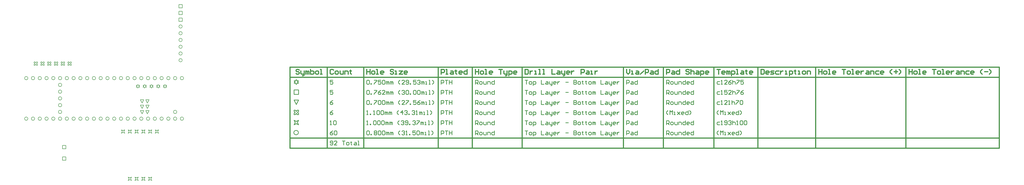
<source format=gbr>
G04*
G04 #@! TF.GenerationSoftware,Altium Limited,Altium Designer,25.0.2 (28)*
G04*
G04 Layer_Color=2752767*
%FSLAX44Y44*%
%MOMM*%
G71*
G04*
G04 #@! TF.SameCoordinates,1FEDFA3E-EA99-418E-B41A-EB270C04C77C*
G04*
G04*
G04 #@! TF.FilePolarity,Positive*
G04*
G01*
G75*
%ADD11C,0.1270*%
%ADD13C,0.2540*%
%ADD29C,0.3810*%
%ADD31C,0.4064*%
D11*
X603250Y576580D02*
G03*
X603250Y576580I-6350J0D01*
G01*
Y551180D02*
G03*
X603250Y551180I-6350J0D01*
G01*
Y525780D02*
G03*
X603250Y525780I-6350J0D01*
G01*
Y500380D02*
G03*
X603250Y500380I-6350J0D01*
G01*
Y474980D02*
G03*
X603250Y474980I-6350J0D01*
G01*
Y601980D02*
G03*
X603250Y601980I-6350J0D01*
G01*
X608330Y407670D02*
G03*
X608330Y407670I-6350J0D01*
G01*
X582930D02*
G03*
X582930Y407670I-6350J0D01*
G01*
X151130Y382270D02*
G03*
X151130Y382270I-6350J0D01*
G01*
Y356870D02*
G03*
X151130Y356870I-6350J0D01*
G01*
Y331470D02*
G03*
X151130Y331470I-6350J0D01*
G01*
Y280670D02*
G03*
X151130Y280670I-6350J0D01*
G01*
X582930D02*
G03*
X582930Y280670I-6350J0D01*
G01*
X151130Y306070D02*
G03*
X151130Y306070I-6350J0D01*
G01*
X252730Y255270D02*
G03*
X252730Y255270I-6350J0D01*
G01*
X557530Y407670D02*
G03*
X557530Y407670I-6350J0D01*
G01*
X532130D02*
G03*
X532130Y407670I-6350J0D01*
G01*
X506730D02*
G03*
X506730Y407670I-6350J0D01*
G01*
X481330D02*
G03*
X481330Y407670I-6350J0D01*
G01*
X455930D02*
G03*
X455930Y407670I-6350J0D01*
G01*
X430530D02*
G03*
X430530Y407670I-6350J0D01*
G01*
X405130D02*
G03*
X405130Y407670I-6350J0D01*
G01*
X379730D02*
G03*
X379730Y407670I-6350J0D01*
G01*
X354330D02*
G03*
X354330Y407670I-6350J0D01*
G01*
X328930D02*
G03*
X328930Y407670I-6350J0D01*
G01*
X303530D02*
G03*
X303530Y407670I-6350J0D01*
G01*
X278130D02*
G03*
X278130Y407670I-6350J0D01*
G01*
X252730D02*
G03*
X252730Y407670I-6350J0D01*
G01*
X278130Y255270D02*
G03*
X278130Y255270I-6350J0D01*
G01*
X303530D02*
G03*
X303530Y255270I-6350J0D01*
G01*
X328930D02*
G03*
X328930Y255270I-6350J0D01*
G01*
X354330D02*
G03*
X354330Y255270I-6350J0D01*
G01*
X379730D02*
G03*
X379730Y255270I-6350J0D01*
G01*
X405130D02*
G03*
X405130Y255270I-6350J0D01*
G01*
X430530D02*
G03*
X430530Y255270I-6350J0D01*
G01*
X455930D02*
G03*
X455930Y255270I-6350J0D01*
G01*
X481330D02*
G03*
X481330Y255270I-6350J0D01*
G01*
X506730D02*
G03*
X506730Y255270I-6350J0D01*
G01*
X532130D02*
G03*
X532130Y255270I-6350J0D01*
G01*
X557530D02*
G03*
X557530Y255270I-6350J0D01*
G01*
X582930D02*
G03*
X582930Y255270I-6350J0D01*
G01*
X608330D02*
G03*
X608330Y255270I-6350J0D01*
G01*
X227330Y407670D02*
G03*
X227330Y407670I-6350J0D01*
G01*
X201930D02*
G03*
X201930Y407670I-6350J0D01*
G01*
X176530D02*
G03*
X176530Y407670I-6350J0D01*
G01*
X151130D02*
G03*
X151130Y407670I-6350J0D01*
G01*
X125730D02*
G03*
X125730Y407670I-6350J0D01*
G01*
X100330D02*
G03*
X100330Y407670I-6350J0D01*
G01*
X74930D02*
G03*
X74930Y407670I-6350J0D01*
G01*
X49530D02*
G03*
X49530Y407670I-6350J0D01*
G01*
X24130D02*
G03*
X24130Y407670I-6350J0D01*
G01*
Y255270D02*
G03*
X24130Y255270I-6350J0D01*
G01*
X49530D02*
G03*
X49530Y255270I-6350J0D01*
G01*
X74930D02*
G03*
X74930Y255270I-6350J0D01*
G01*
X100330D02*
G03*
X100330Y255270I-6350J0D01*
G01*
X125730D02*
G03*
X125730Y255270I-6350J0D01*
G01*
X151130D02*
G03*
X151130Y255270I-6350J0D01*
G01*
X176530D02*
G03*
X176530Y255270I-6350J0D01*
G01*
X201930D02*
G03*
X201930Y255270I-6350J0D01*
G01*
X227330D02*
G03*
X227330Y255270I-6350J0D01*
G01*
X590550Y621030D02*
X603250D01*
Y633730D01*
X590550D02*
X603250D01*
X590550Y621030D02*
Y633730D01*
Y646430D02*
X603250D01*
Y659130D01*
X590550D02*
X603250D01*
X590550Y646430D02*
Y659130D01*
Y671830D02*
X603250D01*
Y684530D01*
X590550D02*
X603250D01*
X590550Y671830D02*
Y684530D01*
X46990Y455930D02*
Y459105D01*
X50165Y462280D01*
X46990Y465455D02*
X50165Y462280D01*
X46990Y465455D02*
Y468630D01*
X50165D01*
X53340Y465455D01*
X56515Y468630D01*
X59690D01*
Y465455D02*
Y468630D01*
X56515Y462280D02*
X59690Y465455D01*
X56515Y462280D02*
X59690Y459105D01*
Y455930D02*
Y459105D01*
X56515Y455930D02*
X59690D01*
X53340Y459105D02*
X56515Y455930D01*
X50165D02*
X53340Y459105D01*
X46990Y455930D02*
X50165D01*
X72390D02*
Y459105D01*
X75565Y462280D01*
X72390Y465455D02*
X75565Y462280D01*
X72390Y465455D02*
Y468630D01*
X75565D01*
X78740Y465455D01*
X81915Y468630D01*
X85090D01*
Y465455D02*
Y468630D01*
X81915Y462280D02*
X85090Y465455D01*
X81915Y462280D02*
X85090Y459105D01*
Y455930D02*
Y459105D01*
X81915Y455930D02*
X85090D01*
X78740Y459105D02*
X81915Y455930D01*
X75565D02*
X78740Y459105D01*
X72390Y455930D02*
X75565D01*
X123190D02*
Y459105D01*
X126365Y462280D01*
X123190Y465455D02*
X126365Y462280D01*
X123190Y465455D02*
Y468630D01*
X126365D01*
X129540Y465455D01*
X132715Y468630D01*
X135890D01*
Y465455D02*
Y468630D01*
X132715Y462280D02*
X135890Y465455D01*
X132715Y462280D02*
X135890Y459105D01*
Y455930D02*
Y459105D01*
X132715Y455930D02*
X135890D01*
X129540Y459105D02*
X132715Y455930D01*
X126365D02*
X129540Y459105D01*
X123190Y455930D02*
X126365D01*
X173990D02*
Y459105D01*
X177165Y462280D01*
X173990Y465455D02*
X177165Y462280D01*
X173990Y465455D02*
Y468630D01*
X177165D01*
X180340Y465455D01*
X183515Y468630D01*
X186690D01*
Y465455D02*
Y468630D01*
X183515Y462280D02*
X186690Y465455D01*
X183515Y462280D02*
X186690Y459105D01*
Y455930D02*
Y459105D01*
X183515Y455930D02*
X186690D01*
X180340Y459105D02*
X183515Y455930D01*
X177165D02*
X180340Y459105D01*
X173990Y455930D02*
X177165D01*
X148590D02*
Y459105D01*
X151765Y462280D01*
X148590Y465455D02*
X151765Y462280D01*
X148590Y465455D02*
Y468630D01*
X151765D01*
X154940Y465455D01*
X158115Y468630D01*
X161290D01*
Y465455D02*
Y468630D01*
X158115Y462280D02*
X161290Y465455D01*
X158115Y462280D02*
X161290Y459105D01*
Y455930D02*
Y459105D01*
X158115Y455930D02*
X161290D01*
X154940Y459105D02*
X158115Y455930D01*
X151765D02*
X154940Y459105D01*
X148590Y455930D02*
X151765D01*
X97790D02*
Y459105D01*
X100965Y462280D01*
X97790Y465455D02*
X100965Y462280D01*
X97790Y465455D02*
Y468630D01*
X100965D01*
X104140Y465455D01*
X107315Y468630D01*
X110490D01*
Y465455D02*
Y468630D01*
X107315Y462280D02*
X110490Y465455D01*
X107315Y462280D02*
X110490Y459105D01*
Y455930D02*
Y459105D01*
X107315Y455930D02*
X110490D01*
X104140Y459105D02*
X107315Y455930D01*
X100965D02*
X104140Y459105D01*
X97790Y455930D02*
X100965D01*
X374650Y200660D02*
X381000Y203835D01*
X387350Y200660D01*
X384175Y207010D02*
X387350Y200660D01*
X384175Y207010D02*
X387350Y213360D01*
X381000Y210185D02*
X387350Y213360D01*
X374650D02*
X381000Y210185D01*
X374650Y213360D02*
X377825Y207010D01*
X374650Y200660D02*
X377825Y207010D01*
X501650Y200660D02*
X508000Y203835D01*
X514350Y200660D01*
X511175Y207010D02*
X514350Y200660D01*
X511175Y207010D02*
X514350Y213360D01*
X508000Y210185D02*
X514350Y213360D01*
X501650D02*
X508000Y210185D01*
X501650Y213360D02*
X504825Y207010D01*
X501650Y200660D02*
X504825Y207010D01*
X400050Y200660D02*
X406400Y203835D01*
X412750Y200660D01*
X409575Y207010D02*
X412750Y200660D01*
X409575Y207010D02*
X412750Y213360D01*
X406400Y210185D02*
X412750Y213360D01*
X400050D02*
X406400Y210185D01*
X400050Y213360D02*
X403225Y207010D01*
X400050Y200660D02*
X403225Y207010D01*
X476250Y200660D02*
X482600Y203835D01*
X488950Y200660D01*
X485775Y207010D02*
X488950Y200660D01*
X485775Y207010D02*
X488950Y213360D01*
X482600Y210185D02*
X488950Y213360D01*
X476250D02*
X482600Y210185D01*
X476250Y213360D02*
X479425Y207010D01*
X476250Y200660D02*
X479425Y207010D01*
X425450Y200660D02*
X431800Y203835D01*
X438150Y200660D01*
X434975Y207010D02*
X438150Y200660D01*
X434975Y207010D02*
X438150Y213360D01*
X431800Y210185D02*
X438150Y213360D01*
X425450D02*
X431800Y210185D01*
X425450Y213360D02*
X428625Y207010D01*
X425450Y200660D02*
X428625Y207010D01*
X450850Y200660D02*
X457200Y203835D01*
X463550Y200660D01*
X460375Y207010D02*
X463550Y200660D01*
X460375Y207010D02*
X463550Y213360D01*
X457200Y210185D02*
X463550Y213360D01*
X450850D02*
X457200Y210185D01*
X450850Y213360D02*
X454025Y207010D01*
X450850Y200660D02*
X454025Y207010D01*
X400050Y22860D02*
X406400Y26035D01*
X412750Y22860D01*
X409575Y29210D02*
X412750Y22860D01*
X409575Y29210D02*
X412750Y35560D01*
X406400Y32385D02*
X412750Y35560D01*
X400050D02*
X406400Y32385D01*
X400050Y35560D02*
X403225Y29210D01*
X400050Y22860D02*
X403225Y29210D01*
X476250Y22860D02*
X482600Y26035D01*
X488950Y22860D01*
X485775Y29210D02*
X488950Y22860D01*
X485775Y29210D02*
X488950Y35560D01*
X482600Y32385D02*
X488950Y35560D01*
X476250D02*
X482600Y32385D01*
X476250Y35560D02*
X479425Y29210D01*
X476250Y22860D02*
X479425Y29210D01*
X425450Y22860D02*
X431800Y26035D01*
X438150Y22860D01*
X434975Y29210D02*
X438150Y22860D01*
X434975Y29210D02*
X438150Y35560D01*
X431800Y32385D02*
X438150Y35560D01*
X425450D02*
X431800Y32385D01*
X425450Y35560D02*
X428625Y29210D01*
X425450Y22860D02*
X428625Y29210D01*
X450850Y22860D02*
X457200Y26035D01*
X463550Y22860D01*
X460375Y29210D02*
X463550Y22860D01*
X460375Y29210D02*
X463550Y35560D01*
X457200Y32385D02*
X463550Y35560D01*
X450850D02*
X457200Y32385D01*
X450850Y35560D02*
X454025Y29210D01*
X450850Y22860D02*
X454025Y29210D01*
X153670Y99060D02*
X166370D01*
Y111760D01*
X153670D02*
X166370D01*
X153670Y99060D02*
Y111760D01*
Y142240D02*
X166370D01*
Y154940D01*
X153670D02*
X166370D01*
X153670Y142240D02*
Y154940D01*
X452280Y273420D02*
X458630Y286120D01*
X445930D02*
X458630D01*
X445930D02*
X452280Y273420D01*
X472280D02*
X478630Y286120D01*
X465930D02*
X478630D01*
X465930D02*
X472280Y273420D01*
X452280Y293420D02*
X458630Y306120D01*
X445930D02*
X458630D01*
X445930D02*
X452280Y293420D01*
Y313420D02*
X458630Y326120D01*
X445930D02*
X458630D01*
X445930D02*
X452280Y313420D01*
X472280Y293420D02*
X478630Y306120D01*
X465930D02*
X478630D01*
X465930D02*
X472280Y293420D01*
Y313420D02*
X478630Y326120D01*
X465930D02*
X478630D01*
X465930D02*
X472280Y313420D01*
X535305Y373995D02*
X538480Y370820D01*
X532130Y373995D02*
X535305D01*
X532130D02*
X535305Y377170D01*
X532130Y380345D02*
X535305Y377170D01*
X532130Y380345D02*
X535305D01*
X538480Y383520D01*
X541655Y380345D01*
X544830D01*
X541655Y377170D02*
X544830Y380345D01*
X541655Y377170D02*
X544830Y373995D01*
X541655D02*
X544830D01*
X538480Y370820D02*
X541655Y373995D01*
X509905D02*
X513080Y370820D01*
X506730Y373995D02*
X509905D01*
X506730D02*
X509905Y377170D01*
X506730Y380345D02*
X509905Y377170D01*
X506730Y380345D02*
X509905D01*
X513080Y383520D01*
X516255Y380345D01*
X519430D01*
X516255Y377170D02*
X519430Y380345D01*
X516255Y377170D02*
X519430Y373995D01*
X516255D02*
X519430D01*
X513080Y370820D02*
X516255Y373995D01*
X484505D02*
X487680Y370820D01*
X481330Y373995D02*
X484505D01*
X481330D02*
X484505Y377170D01*
X481330Y380345D02*
X484505Y377170D01*
X481330Y380345D02*
X484505D01*
X487680Y383520D01*
X490855Y380345D01*
X494030D01*
X490855Y377170D02*
X494030Y380345D01*
X490855Y377170D02*
X494030Y373995D01*
X490855D02*
X494030D01*
X487680Y370820D02*
X490855Y373995D01*
X459105D02*
X462280Y370820D01*
X455930Y373995D02*
X459105D01*
X455930D02*
X459105Y377170D01*
X455930Y380345D02*
X459105Y377170D01*
X455930Y380345D02*
X459105D01*
X462280Y383520D01*
X465455Y380345D01*
X468630D01*
X465455Y377170D02*
X468630Y380345D01*
X465455Y377170D02*
X468630Y373995D01*
X465455D02*
X468630D01*
X462280Y370820D02*
X465455Y373995D01*
X433705D02*
X436880Y370820D01*
X430530Y373995D02*
X433705D01*
X430530D02*
X433705Y377170D01*
X430530Y380345D02*
X433705Y377170D01*
X430530Y380345D02*
X433705D01*
X436880Y383520D01*
X440055Y380345D01*
X443230D01*
X440055Y377170D02*
X443230Y380345D01*
X440055Y377170D02*
X443230Y373995D01*
X440055D02*
X443230D01*
X436880Y370820D02*
X440055Y373995D01*
D13*
X1039008Y202777D02*
G03*
X1039008Y202777I-8467J0D01*
G01*
X1026308Y389043D02*
X1030541Y384810D01*
X1022075Y389043D02*
X1026308D01*
X1022075D02*
X1026308Y393277D01*
X1022075Y397510D02*
X1026308Y393277D01*
X1022075Y397510D02*
X1026308D01*
X1030541Y401743D01*
X1034775Y397510D01*
X1039008D01*
X1034775Y393277D02*
X1039008Y397510D01*
X1034775Y393277D02*
X1039008Y389043D01*
X1034775D02*
X1039008D01*
X1030541Y384810D02*
X1034775Y389043D01*
X1022075Y346710D02*
X1039008D01*
Y363643D01*
X1022075D02*
X1039008D01*
X1022075Y346710D02*
Y363643D01*
X1030541Y308610D02*
X1039008Y325543D01*
X1022075D02*
X1039008D01*
X1022075D02*
X1030541Y308610D01*
X1022075Y270510D02*
Y274743D01*
X1026308Y278977D01*
X1022075Y283210D02*
X1026308Y278977D01*
X1022075Y283210D02*
Y287443D01*
X1026308D01*
X1030541Y283210D01*
X1034775Y287443D01*
X1039008D01*
Y283210D02*
Y287443D01*
X1034775Y278977D02*
X1039008Y283210D01*
X1034775Y278977D02*
X1039008Y274743D01*
Y270510D02*
Y274743D01*
X1034775Y270510D02*
X1039008D01*
X1030541Y274743D02*
X1034775Y270510D01*
X1026308D02*
X1030541Y274743D01*
X1022075Y270510D02*
X1026308D01*
X1022075Y232410D02*
X1030541Y236643D01*
X1039008Y232410D01*
X1034775Y240877D02*
X1039008Y232410D01*
X1034775Y240877D02*
X1039008Y249343D01*
X1030541Y245110D02*
X1039008Y249343D01*
X1022075D02*
X1030541Y245110D01*
X1022075Y249343D02*
X1026308Y240877D01*
X1022075Y232410D02*
X1026308Y240877D01*
X2619858Y394967D02*
X2612241D01*
X2609702Y392427D01*
Y387349D01*
X2612241Y384810D01*
X2619858D01*
X2624937D02*
X2630015D01*
X2627476D01*
Y400045D01*
X2624937Y397506D01*
X2647789Y384810D02*
X2637632D01*
X2647789Y394967D01*
Y397506D01*
X2645250Y400045D01*
X2640172D01*
X2637632Y397506D01*
X2663024Y400045D02*
X2657946Y397506D01*
X2652868Y392427D01*
Y387349D01*
X2655407Y384810D01*
X2660485D01*
X2663024Y387349D01*
Y389888D01*
X2660485Y392427D01*
X2652868D01*
X2668103Y400045D02*
Y384810D01*
Y392427D01*
X2670642Y394967D01*
X2675720D01*
X2678259Y392427D01*
Y384810D01*
X2683338Y400045D02*
X2693495D01*
Y397506D01*
X2683338Y387349D01*
Y384810D01*
X2708730Y400045D02*
X2698573D01*
Y392427D01*
X2703651Y394967D01*
X2706190D01*
X2708730Y392427D01*
Y387349D01*
X2706190Y384810D01*
X2701112D01*
X2698573Y387349D01*
X2619858Y356867D02*
X2612241D01*
X2609702Y354328D01*
Y349249D01*
X2612241Y346710D01*
X2619858D01*
X2624937D02*
X2630015D01*
X2627476D01*
Y361945D01*
X2624937Y359406D01*
X2647789Y361945D02*
X2637632D01*
Y354328D01*
X2642711Y356867D01*
X2645250D01*
X2647789Y354328D01*
Y349249D01*
X2645250Y346710D01*
X2640172D01*
X2637632Y349249D01*
X2663024Y346710D02*
X2652868D01*
X2663024Y356867D01*
Y359406D01*
X2660485Y361945D01*
X2655407D01*
X2652868Y359406D01*
X2668103Y361945D02*
Y346710D01*
Y354328D01*
X2670642Y356867D01*
X2675720D01*
X2678259Y354328D01*
Y346710D01*
X2683338Y361945D02*
X2693495D01*
Y359406D01*
X2683338Y349249D01*
Y346710D01*
X2708730Y361945D02*
X2703651Y359406D01*
X2698573Y354328D01*
Y349249D01*
X2701112Y346710D01*
X2706190D01*
X2708730Y349249D01*
Y351788D01*
X2706190Y354328D01*
X2698573D01*
X2619858Y318767D02*
X2612241D01*
X2609702Y316227D01*
Y311149D01*
X2612241Y308610D01*
X2619858D01*
X2624937D02*
X2630015D01*
X2627476D01*
Y323845D01*
X2624937Y321306D01*
X2647789Y308610D02*
X2637632D01*
X2647789Y318767D01*
Y321306D01*
X2645250Y323845D01*
X2640172D01*
X2637632Y321306D01*
X2652868Y308610D02*
X2657946D01*
X2655407D01*
Y323845D01*
X2652868Y321306D01*
X2665563Y323845D02*
Y308610D01*
Y316227D01*
X2668103Y318767D01*
X2673181D01*
X2675720Y316227D01*
Y308610D01*
X2680799Y323845D02*
X2690955D01*
Y321306D01*
X2680799Y311149D01*
Y308610D01*
X2696034Y321306D02*
X2698573Y323845D01*
X2703651D01*
X2706190Y321306D01*
Y311149D01*
X2703651Y308610D01*
X2698573D01*
X2696034Y311149D01*
Y321306D01*
X2614780Y270510D02*
X2609702Y275588D01*
Y280667D01*
X2614780Y285745D01*
X2622397Y270510D02*
Y285745D01*
X2627476Y280667D01*
X2632554Y285745D01*
Y270510D01*
X2637632D02*
X2642711D01*
X2640172D01*
Y280667D01*
X2637632D01*
X2650328D02*
X2660485Y270510D01*
X2655407Y275588D01*
X2660485Y280667D01*
X2650328Y270510D01*
X2673181D02*
X2668103D01*
X2665563Y273049D01*
Y278127D01*
X2668103Y280667D01*
X2673181D01*
X2675720Y278127D01*
Y275588D01*
X2665563D01*
X2690955Y285745D02*
Y270510D01*
X2683338D01*
X2680799Y273049D01*
Y278127D01*
X2683338Y280667D01*
X2690955D01*
X2696034Y270510D02*
X2701112Y275588D01*
Y280667D01*
X2696034Y285745D01*
X2619858Y242567D02*
X2612241D01*
X2609702Y240028D01*
Y234949D01*
X2612241Y232410D01*
X2619858D01*
X2624937D02*
X2630015D01*
X2627476D01*
Y247645D01*
X2624937Y245106D01*
X2637632Y234949D02*
X2640172Y232410D01*
X2645250D01*
X2647789Y234949D01*
Y245106D01*
X2645250Y247645D01*
X2640172D01*
X2637632Y245106D01*
Y242567D01*
X2640172Y240028D01*
X2647789D01*
X2652868Y245106D02*
X2655407Y247645D01*
X2660485D01*
X2663024Y245106D01*
Y242567D01*
X2660485Y240028D01*
X2657946D01*
X2660485D01*
X2663024Y237488D01*
Y234949D01*
X2660485Y232410D01*
X2655407D01*
X2652868Y234949D01*
X2668103Y247645D02*
Y232410D01*
Y240028D01*
X2670642Y242567D01*
X2675720D01*
X2678259Y240028D01*
Y232410D01*
X2683338D02*
X2688416D01*
X2685877D01*
Y247645D01*
X2683338Y245106D01*
X2696034D02*
X2698573Y247645D01*
X2703651D01*
X2706190Y245106D01*
Y234949D01*
X2703651Y232410D01*
X2698573D01*
X2696034Y234949D01*
Y245106D01*
X2711269D02*
X2713808Y247645D01*
X2718886D01*
X2721425Y245106D01*
Y234949D01*
X2718886Y232410D01*
X2713808D01*
X2711269Y234949D01*
Y245106D01*
X2614780Y194310D02*
X2609702Y199388D01*
Y204467D01*
X2614780Y209545D01*
X2622397Y194310D02*
Y209545D01*
X2627476Y204467D01*
X2632554Y209545D01*
Y194310D01*
X2637632D02*
X2642711D01*
X2640172D01*
Y204467D01*
X2637632D01*
X2650328D02*
X2660485Y194310D01*
X2655407Y199388D01*
X2660485Y204467D01*
X2650328Y194310D01*
X2673181D02*
X2668103D01*
X2665563Y196849D01*
Y201928D01*
X2668103Y204467D01*
X2673181D01*
X2675720Y201928D01*
Y199388D01*
X2665563D01*
X2690955Y209545D02*
Y194310D01*
X2683338D01*
X2680799Y196849D01*
Y201928D01*
X2683338Y204467D01*
X2690955D01*
X2696034Y194310D02*
X2701112Y199388D01*
Y204467D01*
X2696034Y209545D01*
X2420269Y384810D02*
Y400045D01*
X2427886D01*
X2430426Y397506D01*
Y392427D01*
X2427886Y389888D01*
X2420269D01*
X2425347D02*
X2430426Y384810D01*
X2438043D02*
X2443121D01*
X2445661Y387349D01*
Y392427D01*
X2443121Y394967D01*
X2438043D01*
X2435504Y392427D01*
Y387349D01*
X2438043Y384810D01*
X2450739Y394967D02*
Y387349D01*
X2453278Y384810D01*
X2460896D01*
Y394967D01*
X2465974Y384810D02*
Y394967D01*
X2473592D01*
X2476131Y392427D01*
Y384810D01*
X2491366Y400045D02*
Y384810D01*
X2483748D01*
X2481209Y387349D01*
Y392427D01*
X2483748Y394967D01*
X2491366D01*
X2504062Y384810D02*
X2498983D01*
X2496444Y387349D01*
Y392427D01*
X2498983Y394967D01*
X2504062D01*
X2506601Y392427D01*
Y389888D01*
X2496444D01*
X2521836Y400045D02*
Y384810D01*
X2514218D01*
X2511679Y387349D01*
Y392427D01*
X2514218Y394967D01*
X2521836D01*
X2420269Y346710D02*
Y361945D01*
X2427886D01*
X2430426Y359406D01*
Y354328D01*
X2427886Y351788D01*
X2420269D01*
X2425347D02*
X2430426Y346710D01*
X2438043D02*
X2443121D01*
X2445661Y349249D01*
Y354328D01*
X2443121Y356867D01*
X2438043D01*
X2435504Y354328D01*
Y349249D01*
X2438043Y346710D01*
X2450739Y356867D02*
Y349249D01*
X2453278Y346710D01*
X2460896D01*
Y356867D01*
X2465974Y346710D02*
Y356867D01*
X2473592D01*
X2476131Y354328D01*
Y346710D01*
X2491366Y361945D02*
Y346710D01*
X2483748D01*
X2481209Y349249D01*
Y354328D01*
X2483748Y356867D01*
X2491366D01*
X2504062Y346710D02*
X2498983D01*
X2496444Y349249D01*
Y354328D01*
X2498983Y356867D01*
X2504062D01*
X2506601Y354328D01*
Y351788D01*
X2496444D01*
X2521836Y361945D02*
Y346710D01*
X2514218D01*
X2511679Y349249D01*
Y354328D01*
X2514218Y356867D01*
X2521836D01*
X2420269Y308610D02*
Y323845D01*
X2427886D01*
X2430426Y321306D01*
Y316227D01*
X2427886Y313688D01*
X2420269D01*
X2425347D02*
X2430426Y308610D01*
X2438043D02*
X2443121D01*
X2445661Y311149D01*
Y316227D01*
X2443121Y318767D01*
X2438043D01*
X2435504Y316227D01*
Y311149D01*
X2438043Y308610D01*
X2450739Y318767D02*
Y311149D01*
X2453278Y308610D01*
X2460896D01*
Y318767D01*
X2465974Y308610D02*
Y318767D01*
X2473592D01*
X2476131Y316227D01*
Y308610D01*
X2491366Y323845D02*
Y308610D01*
X2483748D01*
X2481209Y311149D01*
Y316227D01*
X2483748Y318767D01*
X2491366D01*
X2504062Y308610D02*
X2498983D01*
X2496444Y311149D01*
Y316227D01*
X2498983Y318767D01*
X2504062D01*
X2506601Y316227D01*
Y313688D01*
X2496444D01*
X2521836Y323845D02*
Y308610D01*
X2514218D01*
X2511679Y311149D01*
Y316227D01*
X2514218Y318767D01*
X2521836D01*
X2425347Y270510D02*
X2420269Y275588D01*
Y280667D01*
X2425347Y285745D01*
X2432965Y270510D02*
Y285745D01*
X2438043Y280667D01*
X2443121Y285745D01*
Y270510D01*
X2448200D02*
X2453278D01*
X2450739D01*
Y280667D01*
X2448200D01*
X2460896D02*
X2471052Y270510D01*
X2465974Y275588D01*
X2471052Y280667D01*
X2460896Y270510D01*
X2483748D02*
X2478670D01*
X2476131Y273049D01*
Y278127D01*
X2478670Y280667D01*
X2483748D01*
X2486288Y278127D01*
Y275588D01*
X2476131D01*
X2501523Y285745D02*
Y270510D01*
X2493905D01*
X2491366Y273049D01*
Y278127D01*
X2493905Y280667D01*
X2501523D01*
X2506601Y270510D02*
X2511679Y275588D01*
Y280667D01*
X2506601Y285745D01*
X2420269Y232410D02*
Y247645D01*
X2427886D01*
X2430426Y245106D01*
Y240028D01*
X2427886Y237488D01*
X2420269D01*
X2425347D02*
X2430426Y232410D01*
X2438043D02*
X2443121D01*
X2445661Y234949D01*
Y240028D01*
X2443121Y242567D01*
X2438043D01*
X2435504Y240028D01*
Y234949D01*
X2438043Y232410D01*
X2450739Y242567D02*
Y234949D01*
X2453278Y232410D01*
X2460896D01*
Y242567D01*
X2465974Y232410D02*
Y242567D01*
X2473592D01*
X2476131Y240028D01*
Y232410D01*
X2491366Y247645D02*
Y232410D01*
X2483748D01*
X2481209Y234949D01*
Y240028D01*
X2483748Y242567D01*
X2491366D01*
X2504062Y232410D02*
X2498983D01*
X2496444Y234949D01*
Y240028D01*
X2498983Y242567D01*
X2504062D01*
X2506601Y240028D01*
Y237488D01*
X2496444D01*
X2521836Y247645D02*
Y232410D01*
X2514218D01*
X2511679Y234949D01*
Y240028D01*
X2514218Y242567D01*
X2521836D01*
X2420269Y194310D02*
Y209545D01*
X2427886D01*
X2430426Y207006D01*
Y201928D01*
X2427886Y199388D01*
X2420269D01*
X2425347D02*
X2430426Y194310D01*
X2438043D02*
X2443121D01*
X2445661Y196849D01*
Y201928D01*
X2443121Y204467D01*
X2438043D01*
X2435504Y201928D01*
Y196849D01*
X2438043Y194310D01*
X2450739Y204467D02*
Y196849D01*
X2453278Y194310D01*
X2460896D01*
Y204467D01*
X2465974Y194310D02*
Y204467D01*
X2473592D01*
X2476131Y201928D01*
Y194310D01*
X2491366Y209545D02*
Y194310D01*
X2483748D01*
X2481209Y196849D01*
Y201928D01*
X2483748Y204467D01*
X2491366D01*
X2504062Y194310D02*
X2498983D01*
X2496444Y196849D01*
Y201928D01*
X2498983Y204467D01*
X2504062D01*
X2506601Y201928D01*
Y199388D01*
X2496444D01*
X2521836Y209545D02*
Y194310D01*
X2514218D01*
X2511679Y196849D01*
Y201928D01*
X2514218Y204467D01*
X2521836D01*
X2270447Y384810D02*
Y400045D01*
X2278065D01*
X2280604Y397506D01*
Y392427D01*
X2278065Y389888D01*
X2270447D01*
X2288222Y394967D02*
X2293300D01*
X2295839Y392427D01*
Y384810D01*
X2288222D01*
X2285682Y387349D01*
X2288222Y389888D01*
X2295839D01*
X2311074Y400045D02*
Y384810D01*
X2303457D01*
X2300917Y387349D01*
Y392427D01*
X2303457Y394967D01*
X2311074D01*
X2270447Y346710D02*
Y361945D01*
X2278065D01*
X2280604Y359406D01*
Y354328D01*
X2278065Y351788D01*
X2270447D01*
X2288222Y356867D02*
X2293300D01*
X2295839Y354328D01*
Y346710D01*
X2288222D01*
X2285682Y349249D01*
X2288222Y351788D01*
X2295839D01*
X2311074Y361945D02*
Y346710D01*
X2303457D01*
X2300917Y349249D01*
Y354328D01*
X2303457Y356867D01*
X2311074D01*
X2270447Y308610D02*
Y323845D01*
X2278065D01*
X2280604Y321306D01*
Y316227D01*
X2278065Y313688D01*
X2270447D01*
X2288222Y318767D02*
X2293300D01*
X2295839Y316227D01*
Y308610D01*
X2288222D01*
X2285682Y311149D01*
X2288222Y313688D01*
X2295839D01*
X2311074Y323845D02*
Y308610D01*
X2303457D01*
X2300917Y311149D01*
Y316227D01*
X2303457Y318767D01*
X2311074D01*
X2270447Y270510D02*
Y285745D01*
X2278065D01*
X2280604Y283206D01*
Y278127D01*
X2278065Y275588D01*
X2270447D01*
X2288222Y280667D02*
X2293300D01*
X2295839Y278127D01*
Y270510D01*
X2288222D01*
X2285682Y273049D01*
X2288222Y275588D01*
X2295839D01*
X2311074Y285745D02*
Y270510D01*
X2303457D01*
X2300917Y273049D01*
Y278127D01*
X2303457Y280667D01*
X2311074D01*
X2270447Y232410D02*
Y247645D01*
X2278065D01*
X2280604Y245106D01*
Y240028D01*
X2278065Y237488D01*
X2270447D01*
X2288222Y242567D02*
X2293300D01*
X2295839Y240028D01*
Y232410D01*
X2288222D01*
X2285682Y234949D01*
X2288222Y237488D01*
X2295839D01*
X2311074Y247645D02*
Y232410D01*
X2303457D01*
X2300917Y234949D01*
Y240028D01*
X2303457Y242567D01*
X2311074D01*
X2270447Y194310D02*
Y209545D01*
X2278065D01*
X2280604Y207006D01*
Y201928D01*
X2278065Y199388D01*
X2270447D01*
X2288222Y204467D02*
X2293300D01*
X2295839Y201928D01*
Y194310D01*
X2288222D01*
X2285682Y196849D01*
X2288222Y199388D01*
X2295839D01*
X2311074Y209545D02*
Y194310D01*
X2303457D01*
X2300917Y196849D01*
Y201928D01*
X2303457Y204467D01*
X2311074D01*
X1889561Y400045D02*
X1899718D01*
X1894640D01*
Y384810D01*
X1907336D02*
X1912414D01*
X1914953Y387349D01*
Y392427D01*
X1912414Y394967D01*
X1907336D01*
X1904796Y392427D01*
Y387349D01*
X1907336Y384810D01*
X1920032Y379732D02*
Y394967D01*
X1927649D01*
X1930188Y392427D01*
Y387349D01*
X1927649Y384810D01*
X1920032D01*
X1950502Y400045D02*
Y384810D01*
X1960659D01*
X1968276Y394967D02*
X1973354D01*
X1975894Y392427D01*
Y384810D01*
X1968276D01*
X1965737Y387349D01*
X1968276Y389888D01*
X1975894D01*
X1980972Y394967D02*
Y387349D01*
X1983511Y384810D01*
X1991129D01*
Y382271D01*
X1988589Y379732D01*
X1986050D01*
X1991129Y384810D02*
Y394967D01*
X2003824Y384810D02*
X1998746D01*
X1996207Y387349D01*
Y392427D01*
X1998746Y394967D01*
X2003824D01*
X2006364Y392427D01*
Y389888D01*
X1996207D01*
X2011442Y394967D02*
Y384810D01*
Y389888D01*
X2013981Y392427D01*
X2016520Y394967D01*
X2019060D01*
X2041912Y392427D02*
X2052069D01*
X2072382Y400045D02*
Y384810D01*
X2080000D01*
X2082539Y387349D01*
Y389888D01*
X2080000Y392427D01*
X2072382D01*
X2080000D01*
X2082539Y394967D01*
Y397506D01*
X2080000Y400045D01*
X2072382D01*
X2090157Y384810D02*
X2095235D01*
X2097774Y387349D01*
Y392427D01*
X2095235Y394967D01*
X2090157D01*
X2087617Y392427D01*
Y387349D01*
X2090157Y384810D01*
X2105392Y397506D02*
Y394967D01*
X2102852D01*
X2107931D01*
X2105392D01*
Y387349D01*
X2107931Y384810D01*
X2118088Y397506D02*
Y394967D01*
X2115548D01*
X2120627D01*
X2118088D01*
Y387349D01*
X2120627Y384810D01*
X2130783D02*
X2135862D01*
X2138401Y387349D01*
Y392427D01*
X2135862Y394967D01*
X2130783D01*
X2128244Y392427D01*
Y387349D01*
X2130783Y384810D01*
X2143479D02*
Y394967D01*
X2146019D01*
X2148558Y392427D01*
Y384810D01*
Y392427D01*
X2151097Y394967D01*
X2153636Y392427D01*
Y384810D01*
X2173949Y400045D02*
Y384810D01*
X2184106D01*
X2191724Y394967D02*
X2196802D01*
X2199341Y392427D01*
Y384810D01*
X2191724D01*
X2189185Y387349D01*
X2191724Y389888D01*
X2199341D01*
X2204420Y394967D02*
Y387349D01*
X2206959Y384810D01*
X2214576D01*
Y382271D01*
X2212037Y379732D01*
X2209498D01*
X2214576Y384810D02*
Y394967D01*
X2227272Y384810D02*
X2222194D01*
X2219655Y387349D01*
Y392427D01*
X2222194Y394967D01*
X2227272D01*
X2229811Y392427D01*
Y389888D01*
X2219655D01*
X2234890Y394967D02*
Y384810D01*
Y389888D01*
X2237429Y392427D01*
X2239968Y394967D01*
X2242507D01*
X1889561Y361945D02*
X1899718D01*
X1894640D01*
Y346710D01*
X1907336D02*
X1912414D01*
X1914953Y349249D01*
Y354328D01*
X1912414Y356867D01*
X1907336D01*
X1904796Y354328D01*
Y349249D01*
X1907336Y346710D01*
X1920032Y341632D02*
Y356867D01*
X1927649D01*
X1930188Y354328D01*
Y349249D01*
X1927649Y346710D01*
X1920032D01*
X1950502Y361945D02*
Y346710D01*
X1960659D01*
X1968276Y356867D02*
X1973354D01*
X1975894Y354328D01*
Y346710D01*
X1968276D01*
X1965737Y349249D01*
X1968276Y351788D01*
X1975894D01*
X1980972Y356867D02*
Y349249D01*
X1983511Y346710D01*
X1991129D01*
Y344171D01*
X1988589Y341632D01*
X1986050D01*
X1991129Y346710D02*
Y356867D01*
X2003824Y346710D02*
X1998746D01*
X1996207Y349249D01*
Y354328D01*
X1998746Y356867D01*
X2003824D01*
X2006364Y354328D01*
Y351788D01*
X1996207D01*
X2011442Y356867D02*
Y346710D01*
Y351788D01*
X2013981Y354328D01*
X2016520Y356867D01*
X2019060D01*
X2041912Y354328D02*
X2052069D01*
X2072382Y361945D02*
Y346710D01*
X2080000D01*
X2082539Y349249D01*
Y351788D01*
X2080000Y354328D01*
X2072382D01*
X2080000D01*
X2082539Y356867D01*
Y359406D01*
X2080000Y361945D01*
X2072382D01*
X2090157Y346710D02*
X2095235D01*
X2097774Y349249D01*
Y354328D01*
X2095235Y356867D01*
X2090157D01*
X2087617Y354328D01*
Y349249D01*
X2090157Y346710D01*
X2105392Y359406D02*
Y356867D01*
X2102852D01*
X2107931D01*
X2105392D01*
Y349249D01*
X2107931Y346710D01*
X2118088Y359406D02*
Y356867D01*
X2115548D01*
X2120627D01*
X2118088D01*
Y349249D01*
X2120627Y346710D01*
X2130783D02*
X2135862D01*
X2138401Y349249D01*
Y354328D01*
X2135862Y356867D01*
X2130783D01*
X2128244Y354328D01*
Y349249D01*
X2130783Y346710D01*
X2143479D02*
Y356867D01*
X2146019D01*
X2148558Y354328D01*
Y346710D01*
Y354328D01*
X2151097Y356867D01*
X2153636Y354328D01*
Y346710D01*
X2173949Y361945D02*
Y346710D01*
X2184106D01*
X2191724Y356867D02*
X2196802D01*
X2199341Y354328D01*
Y346710D01*
X2191724D01*
X2189185Y349249D01*
X2191724Y351788D01*
X2199341D01*
X2204420Y356867D02*
Y349249D01*
X2206959Y346710D01*
X2214576D01*
Y344171D01*
X2212037Y341632D01*
X2209498D01*
X2214576Y346710D02*
Y356867D01*
X2227272Y346710D02*
X2222194D01*
X2219655Y349249D01*
Y354328D01*
X2222194Y356867D01*
X2227272D01*
X2229811Y354328D01*
Y351788D01*
X2219655D01*
X2234890Y356867D02*
Y346710D01*
Y351788D01*
X2237429Y354328D01*
X2239968Y356867D01*
X2242507D01*
X1889561Y323845D02*
X1899718D01*
X1894640D01*
Y308610D01*
X1907336D02*
X1912414D01*
X1914953Y311149D01*
Y316227D01*
X1912414Y318767D01*
X1907336D01*
X1904796Y316227D01*
Y311149D01*
X1907336Y308610D01*
X1920032Y303532D02*
Y318767D01*
X1927649D01*
X1930188Y316227D01*
Y311149D01*
X1927649Y308610D01*
X1920032D01*
X1950502Y323845D02*
Y308610D01*
X1960659D01*
X1968276Y318767D02*
X1973354D01*
X1975894Y316227D01*
Y308610D01*
X1968276D01*
X1965737Y311149D01*
X1968276Y313688D01*
X1975894D01*
X1980972Y318767D02*
Y311149D01*
X1983511Y308610D01*
X1991129D01*
Y306071D01*
X1988589Y303532D01*
X1986050D01*
X1991129Y308610D02*
Y318767D01*
X2003824Y308610D02*
X1998746D01*
X1996207Y311149D01*
Y316227D01*
X1998746Y318767D01*
X2003824D01*
X2006364Y316227D01*
Y313688D01*
X1996207D01*
X2011442Y318767D02*
Y308610D01*
Y313688D01*
X2013981Y316227D01*
X2016520Y318767D01*
X2019060D01*
X2041912Y316227D02*
X2052069D01*
X2072382Y323845D02*
Y308610D01*
X2080000D01*
X2082539Y311149D01*
Y313688D01*
X2080000Y316227D01*
X2072382D01*
X2080000D01*
X2082539Y318767D01*
Y321306D01*
X2080000Y323845D01*
X2072382D01*
X2090157Y308610D02*
X2095235D01*
X2097774Y311149D01*
Y316227D01*
X2095235Y318767D01*
X2090157D01*
X2087617Y316227D01*
Y311149D01*
X2090157Y308610D01*
X2105392Y321306D02*
Y318767D01*
X2102852D01*
X2107931D01*
X2105392D01*
Y311149D01*
X2107931Y308610D01*
X2118088Y321306D02*
Y318767D01*
X2115548D01*
X2120627D01*
X2118088D01*
Y311149D01*
X2120627Y308610D01*
X2130783D02*
X2135862D01*
X2138401Y311149D01*
Y316227D01*
X2135862Y318767D01*
X2130783D01*
X2128244Y316227D01*
Y311149D01*
X2130783Y308610D01*
X2143479D02*
Y318767D01*
X2146019D01*
X2148558Y316227D01*
Y308610D01*
Y316227D01*
X2151097Y318767D01*
X2153636Y316227D01*
Y308610D01*
X2173949Y323845D02*
Y308610D01*
X2184106D01*
X2191724Y318767D02*
X2196802D01*
X2199341Y316227D01*
Y308610D01*
X2191724D01*
X2189185Y311149D01*
X2191724Y313688D01*
X2199341D01*
X2204420Y318767D02*
Y311149D01*
X2206959Y308610D01*
X2214576D01*
Y306071D01*
X2212037Y303532D01*
X2209498D01*
X2214576Y308610D02*
Y318767D01*
X2227272Y308610D02*
X2222194D01*
X2219655Y311149D01*
Y316227D01*
X2222194Y318767D01*
X2227272D01*
X2229811Y316227D01*
Y313688D01*
X2219655D01*
X2234890Y318767D02*
Y308610D01*
Y313688D01*
X2237429Y316227D01*
X2239968Y318767D01*
X2242507D01*
X1889561Y285745D02*
X1899718D01*
X1894640D01*
Y270510D01*
X1907336D02*
X1912414D01*
X1914953Y273049D01*
Y278127D01*
X1912414Y280667D01*
X1907336D01*
X1904796Y278127D01*
Y273049D01*
X1907336Y270510D01*
X1920032Y265432D02*
Y280667D01*
X1927649D01*
X1930188Y278127D01*
Y273049D01*
X1927649Y270510D01*
X1920032D01*
X1950502Y285745D02*
Y270510D01*
X1960659D01*
X1968276Y280667D02*
X1973354D01*
X1975894Y278127D01*
Y270510D01*
X1968276D01*
X1965737Y273049D01*
X1968276Y275588D01*
X1975894D01*
X1980972Y280667D02*
Y273049D01*
X1983511Y270510D01*
X1991129D01*
Y267971D01*
X1988589Y265432D01*
X1986050D01*
X1991129Y270510D02*
Y280667D01*
X2003824Y270510D02*
X1998746D01*
X1996207Y273049D01*
Y278127D01*
X1998746Y280667D01*
X2003824D01*
X2006364Y278127D01*
Y275588D01*
X1996207D01*
X2011442Y280667D02*
Y270510D01*
Y275588D01*
X2013981Y278127D01*
X2016520Y280667D01*
X2019060D01*
X2041912Y278127D02*
X2052069D01*
X2072382Y285745D02*
Y270510D01*
X2080000D01*
X2082539Y273049D01*
Y275588D01*
X2080000Y278127D01*
X2072382D01*
X2080000D01*
X2082539Y280667D01*
Y283206D01*
X2080000Y285745D01*
X2072382D01*
X2090157Y270510D02*
X2095235D01*
X2097774Y273049D01*
Y278127D01*
X2095235Y280667D01*
X2090157D01*
X2087617Y278127D01*
Y273049D01*
X2090157Y270510D01*
X2105392Y283206D02*
Y280667D01*
X2102852D01*
X2107931D01*
X2105392D01*
Y273049D01*
X2107931Y270510D01*
X2118088Y283206D02*
Y280667D01*
X2115548D01*
X2120627D01*
X2118088D01*
Y273049D01*
X2120627Y270510D01*
X2130783D02*
X2135862D01*
X2138401Y273049D01*
Y278127D01*
X2135862Y280667D01*
X2130783D01*
X2128244Y278127D01*
Y273049D01*
X2130783Y270510D01*
X2143479D02*
Y280667D01*
X2146019D01*
X2148558Y278127D01*
Y270510D01*
Y278127D01*
X2151097Y280667D01*
X2153636Y278127D01*
Y270510D01*
X2173949Y285745D02*
Y270510D01*
X2184106D01*
X2191724Y280667D02*
X2196802D01*
X2199341Y278127D01*
Y270510D01*
X2191724D01*
X2189185Y273049D01*
X2191724Y275588D01*
X2199341D01*
X2204420Y280667D02*
Y273049D01*
X2206959Y270510D01*
X2214576D01*
Y267971D01*
X2212037Y265432D01*
X2209498D01*
X2214576Y270510D02*
Y280667D01*
X2227272Y270510D02*
X2222194D01*
X2219655Y273049D01*
Y278127D01*
X2222194Y280667D01*
X2227272D01*
X2229811Y278127D01*
Y275588D01*
X2219655D01*
X2234890Y280667D02*
Y270510D01*
Y275588D01*
X2237429Y278127D01*
X2239968Y280667D01*
X2242507D01*
X1889561Y247645D02*
X1899718D01*
X1894640D01*
Y232410D01*
X1907336D02*
X1912414D01*
X1914953Y234949D01*
Y240028D01*
X1912414Y242567D01*
X1907336D01*
X1904796Y240028D01*
Y234949D01*
X1907336Y232410D01*
X1920032Y227332D02*
Y242567D01*
X1927649D01*
X1930188Y240028D01*
Y234949D01*
X1927649Y232410D01*
X1920032D01*
X1950502Y247645D02*
Y232410D01*
X1960659D01*
X1968276Y242567D02*
X1973354D01*
X1975894Y240028D01*
Y232410D01*
X1968276D01*
X1965737Y234949D01*
X1968276Y237488D01*
X1975894D01*
X1980972Y242567D02*
Y234949D01*
X1983511Y232410D01*
X1991129D01*
Y229871D01*
X1988589Y227332D01*
X1986050D01*
X1991129Y232410D02*
Y242567D01*
X2003824Y232410D02*
X1998746D01*
X1996207Y234949D01*
Y240028D01*
X1998746Y242567D01*
X2003824D01*
X2006364Y240028D01*
Y237488D01*
X1996207D01*
X2011442Y242567D02*
Y232410D01*
Y237488D01*
X2013981Y240028D01*
X2016520Y242567D01*
X2019060D01*
X2041912Y240028D02*
X2052069D01*
X2072382Y247645D02*
Y232410D01*
X2080000D01*
X2082539Y234949D01*
Y237488D01*
X2080000Y240028D01*
X2072382D01*
X2080000D01*
X2082539Y242567D01*
Y245106D01*
X2080000Y247645D01*
X2072382D01*
X2090157Y232410D02*
X2095235D01*
X2097774Y234949D01*
Y240028D01*
X2095235Y242567D01*
X2090157D01*
X2087617Y240028D01*
Y234949D01*
X2090157Y232410D01*
X2105392Y245106D02*
Y242567D01*
X2102852D01*
X2107931D01*
X2105392D01*
Y234949D01*
X2107931Y232410D01*
X2118088Y245106D02*
Y242567D01*
X2115548D01*
X2120627D01*
X2118088D01*
Y234949D01*
X2120627Y232410D01*
X2130783D02*
X2135862D01*
X2138401Y234949D01*
Y240028D01*
X2135862Y242567D01*
X2130783D01*
X2128244Y240028D01*
Y234949D01*
X2130783Y232410D01*
X2143479D02*
Y242567D01*
X2146019D01*
X2148558Y240028D01*
Y232410D01*
Y240028D01*
X2151097Y242567D01*
X2153636Y240028D01*
Y232410D01*
X2173949Y247645D02*
Y232410D01*
X2184106D01*
X2191724Y242567D02*
X2196802D01*
X2199341Y240028D01*
Y232410D01*
X2191724D01*
X2189185Y234949D01*
X2191724Y237488D01*
X2199341D01*
X2204420Y242567D02*
Y234949D01*
X2206959Y232410D01*
X2214576D01*
Y229871D01*
X2212037Y227332D01*
X2209498D01*
X2214576Y232410D02*
Y242567D01*
X2227272Y232410D02*
X2222194D01*
X2219655Y234949D01*
Y240028D01*
X2222194Y242567D01*
X2227272D01*
X2229811Y240028D01*
Y237488D01*
X2219655D01*
X2234890Y242567D02*
Y232410D01*
Y237488D01*
X2237429Y240028D01*
X2239968Y242567D01*
X2242507D01*
X1889561Y209545D02*
X1899718D01*
X1894640D01*
Y194310D01*
X1907336D02*
X1912414D01*
X1914953Y196849D01*
Y201928D01*
X1912414Y204467D01*
X1907336D01*
X1904796Y201928D01*
Y196849D01*
X1907336Y194310D01*
X1920032Y189232D02*
Y204467D01*
X1927649D01*
X1930188Y201928D01*
Y196849D01*
X1927649Y194310D01*
X1920032D01*
X1950502Y209545D02*
Y194310D01*
X1960659D01*
X1968276Y204467D02*
X1973354D01*
X1975894Y201928D01*
Y194310D01*
X1968276D01*
X1965737Y196849D01*
X1968276Y199388D01*
X1975894D01*
X1980972Y204467D02*
Y196849D01*
X1983511Y194310D01*
X1991129D01*
Y191771D01*
X1988589Y189232D01*
X1986050D01*
X1991129Y194310D02*
Y204467D01*
X2003824Y194310D02*
X1998746D01*
X1996207Y196849D01*
Y201928D01*
X1998746Y204467D01*
X2003824D01*
X2006364Y201928D01*
Y199388D01*
X1996207D01*
X2011442Y204467D02*
Y194310D01*
Y199388D01*
X2013981Y201928D01*
X2016520Y204467D01*
X2019060D01*
X2041912Y201928D02*
X2052069D01*
X2072382Y209545D02*
Y194310D01*
X2080000D01*
X2082539Y196849D01*
Y199388D01*
X2080000Y201928D01*
X2072382D01*
X2080000D01*
X2082539Y204467D01*
Y207006D01*
X2080000Y209545D01*
X2072382D01*
X2090157Y194310D02*
X2095235D01*
X2097774Y196849D01*
Y201928D01*
X2095235Y204467D01*
X2090157D01*
X2087617Y201928D01*
Y196849D01*
X2090157Y194310D01*
X2105392Y207006D02*
Y204467D01*
X2102852D01*
X2107931D01*
X2105392D01*
Y196849D01*
X2107931Y194310D01*
X2118088Y207006D02*
Y204467D01*
X2115548D01*
X2120627D01*
X2118088D01*
Y196849D01*
X2120627Y194310D01*
X2130783D02*
X2135862D01*
X2138401Y196849D01*
Y201928D01*
X2135862Y204467D01*
X2130783D01*
X2128244Y201928D01*
Y196849D01*
X2130783Y194310D01*
X2143479D02*
Y204467D01*
X2146019D01*
X2148558Y201928D01*
Y194310D01*
Y201928D01*
X2151097Y204467D01*
X2153636Y201928D01*
Y194310D01*
X2173949Y209545D02*
Y194310D01*
X2184106D01*
X2191724Y204467D02*
X2196802D01*
X2199341Y201928D01*
Y194310D01*
X2191724D01*
X2189185Y196849D01*
X2191724Y199388D01*
X2199341D01*
X2204420Y204467D02*
Y196849D01*
X2206959Y194310D01*
X2214576D01*
Y191771D01*
X2212037Y189232D01*
X2209498D01*
X2214576Y194310D02*
Y204467D01*
X2227272Y194310D02*
X2222194D01*
X2219655Y196849D01*
Y201928D01*
X2222194Y204467D01*
X2227272D01*
X2229811Y201928D01*
Y199388D01*
X2219655D01*
X2234890Y204467D02*
Y194310D01*
Y199388D01*
X2237429Y201928D01*
X2239968Y204467D01*
X2242507D01*
X1703176Y384810D02*
Y400045D01*
X1710793D01*
X1713333Y397506D01*
Y392427D01*
X1710793Y389888D01*
X1703176D01*
X1708254D02*
X1713333Y384810D01*
X1720950D02*
X1726028D01*
X1728568Y387349D01*
Y392427D01*
X1726028Y394967D01*
X1720950D01*
X1718411Y392427D01*
Y387349D01*
X1720950Y384810D01*
X1733646Y394967D02*
Y387349D01*
X1736185Y384810D01*
X1743803D01*
Y394967D01*
X1748881Y384810D02*
Y394967D01*
X1756499D01*
X1759038Y392427D01*
Y384810D01*
X1774273Y400045D02*
Y384810D01*
X1766655D01*
X1764116Y387349D01*
Y392427D01*
X1766655Y394967D01*
X1774273D01*
X1703176Y346710D02*
Y361945D01*
X1710793D01*
X1713333Y359406D01*
Y354328D01*
X1710793Y351788D01*
X1703176D01*
X1708254D02*
X1713333Y346710D01*
X1720950D02*
X1726028D01*
X1728568Y349249D01*
Y354328D01*
X1726028Y356867D01*
X1720950D01*
X1718411Y354328D01*
Y349249D01*
X1720950Y346710D01*
X1733646Y356867D02*
Y349249D01*
X1736185Y346710D01*
X1743803D01*
Y356867D01*
X1748881Y346710D02*
Y356867D01*
X1756499D01*
X1759038Y354328D01*
Y346710D01*
X1774273Y361945D02*
Y346710D01*
X1766655D01*
X1764116Y349249D01*
Y354328D01*
X1766655Y356867D01*
X1774273D01*
X1703176Y308610D02*
Y323845D01*
X1710793D01*
X1713333Y321306D01*
Y316227D01*
X1710793Y313688D01*
X1703176D01*
X1708254D02*
X1713333Y308610D01*
X1720950D02*
X1726028D01*
X1728568Y311149D01*
Y316227D01*
X1726028Y318767D01*
X1720950D01*
X1718411Y316227D01*
Y311149D01*
X1720950Y308610D01*
X1733646Y318767D02*
Y311149D01*
X1736185Y308610D01*
X1743803D01*
Y318767D01*
X1748881Y308610D02*
Y318767D01*
X1756499D01*
X1759038Y316227D01*
Y308610D01*
X1774273Y323845D02*
Y308610D01*
X1766655D01*
X1764116Y311149D01*
Y316227D01*
X1766655Y318767D01*
X1774273D01*
X1703176Y270510D02*
Y285745D01*
X1710793D01*
X1713333Y283206D01*
Y278127D01*
X1710793Y275588D01*
X1703176D01*
X1708254D02*
X1713333Y270510D01*
X1720950D02*
X1726028D01*
X1728568Y273049D01*
Y278127D01*
X1726028Y280667D01*
X1720950D01*
X1718411Y278127D01*
Y273049D01*
X1720950Y270510D01*
X1733646Y280667D02*
Y273049D01*
X1736185Y270510D01*
X1743803D01*
Y280667D01*
X1748881Y270510D02*
Y280667D01*
X1756499D01*
X1759038Y278127D01*
Y270510D01*
X1774273Y285745D02*
Y270510D01*
X1766655D01*
X1764116Y273049D01*
Y278127D01*
X1766655Y280667D01*
X1774273D01*
X1703176Y232410D02*
Y247645D01*
X1710793D01*
X1713333Y245106D01*
Y240028D01*
X1710793Y237488D01*
X1703176D01*
X1708254D02*
X1713333Y232410D01*
X1720950D02*
X1726028D01*
X1728568Y234949D01*
Y240028D01*
X1726028Y242567D01*
X1720950D01*
X1718411Y240028D01*
Y234949D01*
X1720950Y232410D01*
X1733646Y242567D02*
Y234949D01*
X1736185Y232410D01*
X1743803D01*
Y242567D01*
X1748881Y232410D02*
Y242567D01*
X1756499D01*
X1759038Y240028D01*
Y232410D01*
X1774273Y247645D02*
Y232410D01*
X1766655D01*
X1764116Y234949D01*
Y240028D01*
X1766655Y242567D01*
X1774273D01*
X1703176Y194310D02*
Y209545D01*
X1710793D01*
X1713333Y207006D01*
Y201928D01*
X1710793Y199388D01*
X1703176D01*
X1708254D02*
X1713333Y194310D01*
X1720950D02*
X1726028D01*
X1728568Y196849D01*
Y201928D01*
X1726028Y204467D01*
X1720950D01*
X1718411Y201928D01*
Y196849D01*
X1720950Y194310D01*
X1733646Y204467D02*
Y196849D01*
X1736185Y194310D01*
X1743803D01*
Y204467D01*
X1748881Y194310D02*
Y204467D01*
X1756499D01*
X1759038Y201928D01*
Y194310D01*
X1774273Y209545D02*
Y194310D01*
X1766655D01*
X1764116Y196849D01*
Y201928D01*
X1766655Y204467D01*
X1774273D01*
X1574683Y384810D02*
Y400045D01*
X1582301D01*
X1584840Y397506D01*
Y392427D01*
X1582301Y389888D01*
X1574683D01*
X1589918Y400045D02*
X1600075D01*
X1594997D01*
Y384810D01*
X1605154Y400045D02*
Y384810D01*
Y392427D01*
X1615310D01*
Y400045D01*
Y384810D01*
X1574683Y346710D02*
Y361945D01*
X1582301D01*
X1584840Y359406D01*
Y354328D01*
X1582301Y351788D01*
X1574683D01*
X1589918Y361945D02*
X1600075D01*
X1594997D01*
Y346710D01*
X1605154Y361945D02*
Y346710D01*
Y354328D01*
X1615310D01*
Y361945D01*
Y346710D01*
X1574683Y308610D02*
Y323845D01*
X1582301D01*
X1584840Y321306D01*
Y316227D01*
X1582301Y313688D01*
X1574683D01*
X1589918Y323845D02*
X1600075D01*
X1594997D01*
Y308610D01*
X1605154Y323845D02*
Y308610D01*
Y316227D01*
X1615310D01*
Y323845D01*
Y308610D01*
X1574683Y270510D02*
Y285745D01*
X1582301D01*
X1584840Y283206D01*
Y278127D01*
X1582301Y275588D01*
X1574683D01*
X1589918Y285745D02*
X1600075D01*
X1594997D01*
Y270510D01*
X1605154Y285745D02*
Y270510D01*
Y278127D01*
X1615310D01*
Y285745D01*
Y270510D01*
X1574683Y232410D02*
Y247645D01*
X1582301D01*
X1584840Y245106D01*
Y240028D01*
X1582301Y237488D01*
X1574683D01*
X1589918Y247645D02*
X1600075D01*
X1594997D01*
Y232410D01*
X1605154Y247645D02*
Y232410D01*
Y240028D01*
X1615310D01*
Y247645D01*
Y232410D01*
X1574683Y194310D02*
Y209545D01*
X1582301D01*
X1584840Y207006D01*
Y201928D01*
X1582301Y199388D01*
X1574683D01*
X1589918Y209545D02*
X1600075D01*
X1594997D01*
Y194310D01*
X1605154Y209545D02*
Y194310D01*
Y201928D01*
X1615310D01*
Y209545D01*
Y194310D01*
X1295365Y397506D02*
X1297904Y400045D01*
X1302982D01*
X1305521Y397506D01*
Y387349D01*
X1302982Y384810D01*
X1297904D01*
X1295365Y387349D01*
Y397506D01*
X1310600Y384810D02*
Y387349D01*
X1313139D01*
Y384810D01*
X1310600D01*
X1323296Y400045D02*
X1333452D01*
Y397506D01*
X1323296Y387349D01*
Y384810D01*
X1348687Y400045D02*
X1338531D01*
Y392427D01*
X1343609Y394967D01*
X1346148D01*
X1348687Y392427D01*
Y387349D01*
X1346148Y384810D01*
X1341070D01*
X1338531Y387349D01*
X1353766Y397506D02*
X1356305Y400045D01*
X1361383D01*
X1363922Y397506D01*
Y387349D01*
X1361383Y384810D01*
X1356305D01*
X1353766Y387349D01*
Y397506D01*
X1369001Y384810D02*
Y394967D01*
X1371540D01*
X1374079Y392427D01*
Y384810D01*
Y392427D01*
X1376618Y394967D01*
X1379158Y392427D01*
Y384810D01*
X1384236D02*
Y394967D01*
X1386775D01*
X1389314Y392427D01*
Y384810D01*
Y392427D01*
X1391853Y394967D01*
X1394393Y392427D01*
Y384810D01*
X1419784D02*
X1414706Y389888D01*
Y394967D01*
X1419784Y400045D01*
X1437559Y384810D02*
X1427402D01*
X1437559Y394967D01*
Y397506D01*
X1435020Y400045D01*
X1429941D01*
X1427402Y397506D01*
X1442637Y387349D02*
X1445176Y384810D01*
X1450255D01*
X1452794Y387349D01*
Y397506D01*
X1450255Y400045D01*
X1445176D01*
X1442637Y397506D01*
Y394967D01*
X1445176Y392427D01*
X1452794D01*
X1457872Y384810D02*
Y387349D01*
X1460411D01*
Y384810D01*
X1457872D01*
X1480725Y400045D02*
X1470568D01*
Y392427D01*
X1475646Y394967D01*
X1478185D01*
X1480725Y392427D01*
Y387349D01*
X1478185Y384810D01*
X1473107D01*
X1470568Y387349D01*
X1485803Y397506D02*
X1488342Y400045D01*
X1493421D01*
X1495960Y397506D01*
Y394967D01*
X1493421Y392427D01*
X1490881D01*
X1493421D01*
X1495960Y389888D01*
Y387349D01*
X1493421Y384810D01*
X1488342D01*
X1485803Y387349D01*
X1501038Y384810D02*
Y394967D01*
X1503577D01*
X1506116Y392427D01*
Y384810D01*
Y392427D01*
X1508656Y394967D01*
X1511195Y392427D01*
Y384810D01*
X1516273D02*
X1521351D01*
X1518812D01*
Y394967D01*
X1516273D01*
X1528969Y384810D02*
X1534047D01*
X1531508D01*
Y400045D01*
X1528969D01*
X1541665Y384810D02*
X1546743Y389888D01*
Y394967D01*
X1541665Y400045D01*
X1295365Y359406D02*
X1297904Y361945D01*
X1302982D01*
X1305521Y359406D01*
Y349249D01*
X1302982Y346710D01*
X1297904D01*
X1295365Y349249D01*
Y359406D01*
X1310600Y346710D02*
Y349249D01*
X1313139D01*
Y346710D01*
X1310600D01*
X1323296Y361945D02*
X1333452D01*
Y359406D01*
X1323296Y349249D01*
Y346710D01*
X1348687Y361945D02*
X1343609Y359406D01*
X1338531Y354328D01*
Y349249D01*
X1341070Y346710D01*
X1346148D01*
X1348687Y349249D01*
Y351788D01*
X1346148Y354328D01*
X1338531D01*
X1363922Y346710D02*
X1353766D01*
X1363922Y356867D01*
Y359406D01*
X1361383Y361945D01*
X1356305D01*
X1353766Y359406D01*
X1369001Y346710D02*
Y356867D01*
X1371540D01*
X1374079Y354328D01*
Y346710D01*
Y354328D01*
X1376618Y356867D01*
X1379158Y354328D01*
Y346710D01*
X1384236D02*
Y356867D01*
X1386775D01*
X1389314Y354328D01*
Y346710D01*
Y354328D01*
X1391853Y356867D01*
X1394393Y354328D01*
Y346710D01*
X1419784D02*
X1414706Y351788D01*
Y356867D01*
X1419784Y361945D01*
X1427402Y359406D02*
X1429941Y361945D01*
X1435020D01*
X1437559Y359406D01*
Y356867D01*
X1435020Y354328D01*
X1432480D01*
X1435020D01*
X1437559Y351788D01*
Y349249D01*
X1435020Y346710D01*
X1429941D01*
X1427402Y349249D01*
X1442637Y359406D02*
X1445176Y361945D01*
X1450255D01*
X1452794Y359406D01*
Y349249D01*
X1450255Y346710D01*
X1445176D01*
X1442637Y349249D01*
Y359406D01*
X1457872Y346710D02*
Y349249D01*
X1460411D01*
Y346710D01*
X1457872D01*
X1470568Y359406D02*
X1473107Y361945D01*
X1478185D01*
X1480725Y359406D01*
Y349249D01*
X1478185Y346710D01*
X1473107D01*
X1470568Y349249D01*
Y359406D01*
X1485803D02*
X1488342Y361945D01*
X1493421D01*
X1495960Y359406D01*
Y349249D01*
X1493421Y346710D01*
X1488342D01*
X1485803Y349249D01*
Y359406D01*
X1501038Y346710D02*
Y356867D01*
X1503577D01*
X1506116Y354328D01*
Y346710D01*
Y354328D01*
X1508656Y356867D01*
X1511195Y354328D01*
Y346710D01*
X1516273D02*
X1521351D01*
X1518812D01*
Y356867D01*
X1516273D01*
X1528969Y346710D02*
X1534047D01*
X1531508D01*
Y361945D01*
X1528969D01*
X1541665Y346710D02*
X1546743Y351788D01*
Y356867D01*
X1541665Y361945D01*
X1295365Y321306D02*
X1297904Y323845D01*
X1302982D01*
X1305521Y321306D01*
Y311149D01*
X1302982Y308610D01*
X1297904D01*
X1295365Y311149D01*
Y321306D01*
X1310600Y308610D02*
Y311149D01*
X1313139D01*
Y308610D01*
X1310600D01*
X1323296Y323845D02*
X1333452D01*
Y321306D01*
X1323296Y311149D01*
Y308610D01*
X1338531Y321306D02*
X1341070Y323845D01*
X1346148D01*
X1348687Y321306D01*
Y311149D01*
X1346148Y308610D01*
X1341070D01*
X1338531Y311149D01*
Y321306D01*
X1353766D02*
X1356305Y323845D01*
X1361383D01*
X1363922Y321306D01*
Y311149D01*
X1361383Y308610D01*
X1356305D01*
X1353766Y311149D01*
Y321306D01*
X1369001Y308610D02*
Y318767D01*
X1371540D01*
X1374079Y316227D01*
Y308610D01*
Y316227D01*
X1376618Y318767D01*
X1379158Y316227D01*
Y308610D01*
X1384236D02*
Y318767D01*
X1386775D01*
X1389314Y316227D01*
Y308610D01*
Y316227D01*
X1391853Y318767D01*
X1394393Y316227D01*
Y308610D01*
X1419784D02*
X1414706Y313688D01*
Y318767D01*
X1419784Y323845D01*
X1437559Y308610D02*
X1427402D01*
X1437559Y318767D01*
Y321306D01*
X1435020Y323845D01*
X1429941D01*
X1427402Y321306D01*
X1442637Y323845D02*
X1452794D01*
Y321306D01*
X1442637Y311149D01*
Y308610D01*
X1457872D02*
Y311149D01*
X1460411D01*
Y308610D01*
X1457872D01*
X1480725Y323845D02*
X1470568D01*
Y316227D01*
X1475646Y318767D01*
X1478185D01*
X1480725Y316227D01*
Y311149D01*
X1478185Y308610D01*
X1473107D01*
X1470568Y311149D01*
X1495960Y323845D02*
X1490881Y321306D01*
X1485803Y316227D01*
Y311149D01*
X1488342Y308610D01*
X1493421D01*
X1495960Y311149D01*
Y313688D01*
X1493421Y316227D01*
X1485803D01*
X1501038Y308610D02*
Y318767D01*
X1503577D01*
X1506116Y316227D01*
Y308610D01*
Y316227D01*
X1508656Y318767D01*
X1511195Y316227D01*
Y308610D01*
X1516273D02*
X1521351D01*
X1518812D01*
Y318767D01*
X1516273D01*
X1528969Y308610D02*
X1534047D01*
X1531508D01*
Y323845D01*
X1528969D01*
X1541665Y308610D02*
X1546743Y313688D01*
Y318767D01*
X1541665Y323845D01*
X1295365Y270510D02*
X1300443D01*
X1297904D01*
Y285745D01*
X1295365Y283206D01*
X1308061Y270510D02*
Y273049D01*
X1310600D01*
Y270510D01*
X1308061D01*
X1320756D02*
X1325835D01*
X1323296D01*
Y285745D01*
X1320756Y283206D01*
X1333452D02*
X1335992Y285745D01*
X1341070D01*
X1343609Y283206D01*
Y273049D01*
X1341070Y270510D01*
X1335992D01*
X1333452Y273049D01*
Y283206D01*
X1348687D02*
X1351227Y285745D01*
X1356305D01*
X1358844Y283206D01*
Y273049D01*
X1356305Y270510D01*
X1351227D01*
X1348687Y273049D01*
Y283206D01*
X1363922Y270510D02*
Y280667D01*
X1366462D01*
X1369001Y278127D01*
Y270510D01*
Y278127D01*
X1371540Y280667D01*
X1374079Y278127D01*
Y270510D01*
X1379158D02*
Y280667D01*
X1381697D01*
X1384236Y278127D01*
Y270510D01*
Y278127D01*
X1386775Y280667D01*
X1389314Y278127D01*
Y270510D01*
X1414706D02*
X1409628Y275588D01*
Y280667D01*
X1414706Y285745D01*
X1429941Y270510D02*
Y285745D01*
X1422324Y278127D01*
X1432480D01*
X1437559Y283206D02*
X1440098Y285745D01*
X1445176D01*
X1447715Y283206D01*
Y280667D01*
X1445176Y278127D01*
X1442637D01*
X1445176D01*
X1447715Y275588D01*
Y273049D01*
X1445176Y270510D01*
X1440098D01*
X1437559Y273049D01*
X1452794Y270510D02*
Y273049D01*
X1455333D01*
Y270510D01*
X1452794D01*
X1465490Y283206D02*
X1468029Y285745D01*
X1473107D01*
X1475646Y283206D01*
Y280667D01*
X1473107Y278127D01*
X1470568D01*
X1473107D01*
X1475646Y275588D01*
Y273049D01*
X1473107Y270510D01*
X1468029D01*
X1465490Y273049D01*
X1480725Y270510D02*
X1485803D01*
X1483264D01*
Y285745D01*
X1480725Y283206D01*
X1493421Y270510D02*
Y280667D01*
X1495960D01*
X1498499Y278127D01*
Y270510D01*
Y278127D01*
X1501038Y280667D01*
X1503577Y278127D01*
Y270510D01*
X1508656D02*
X1513734D01*
X1511195D01*
Y280667D01*
X1508656D01*
X1521351Y270510D02*
X1526430D01*
X1523891D01*
Y285745D01*
X1521351D01*
X1534047Y270510D02*
X1539126Y275588D01*
Y280667D01*
X1534047Y285745D01*
X1295365Y232410D02*
X1300443D01*
X1297904D01*
Y247645D01*
X1295365Y245106D01*
X1308061Y232410D02*
Y234949D01*
X1310600D01*
Y232410D01*
X1308061D01*
X1320756Y245106D02*
X1323296Y247645D01*
X1328374D01*
X1330913Y245106D01*
Y234949D01*
X1328374Y232410D01*
X1323296D01*
X1320756Y234949D01*
Y245106D01*
X1335992D02*
X1338531Y247645D01*
X1343609D01*
X1346148Y245106D01*
Y234949D01*
X1343609Y232410D01*
X1338531D01*
X1335992Y234949D01*
Y245106D01*
X1351227D02*
X1353766Y247645D01*
X1358844D01*
X1361383Y245106D01*
Y234949D01*
X1358844Y232410D01*
X1353766D01*
X1351227Y234949D01*
Y245106D01*
X1366462Y232410D02*
Y242567D01*
X1369001D01*
X1371540Y240028D01*
Y232410D01*
Y240028D01*
X1374079Y242567D01*
X1376618Y240028D01*
Y232410D01*
X1381697D02*
Y242567D01*
X1384236D01*
X1386775Y240028D01*
Y232410D01*
Y240028D01*
X1389314Y242567D01*
X1391853Y240028D01*
Y232410D01*
X1417245D02*
X1412167Y237488D01*
Y242567D01*
X1417245Y247645D01*
X1424863Y245106D02*
X1427402Y247645D01*
X1432480D01*
X1435020Y245106D01*
Y242567D01*
X1432480Y240028D01*
X1429941D01*
X1432480D01*
X1435020Y237488D01*
Y234949D01*
X1432480Y232410D01*
X1427402D01*
X1424863Y234949D01*
X1440098D02*
X1442637Y232410D01*
X1447715D01*
X1450255Y234949D01*
Y245106D01*
X1447715Y247645D01*
X1442637D01*
X1440098Y245106D01*
Y242567D01*
X1442637Y240028D01*
X1450255D01*
X1455333Y232410D02*
Y234949D01*
X1457872D01*
Y232410D01*
X1455333D01*
X1468029Y245106D02*
X1470568Y247645D01*
X1475646D01*
X1478185Y245106D01*
Y242567D01*
X1475646Y240028D01*
X1473107D01*
X1475646D01*
X1478185Y237488D01*
Y234949D01*
X1475646Y232410D01*
X1470568D01*
X1468029Y234949D01*
X1483264Y247645D02*
X1493421D01*
Y245106D01*
X1483264Y234949D01*
Y232410D01*
X1498499D02*
Y242567D01*
X1501038D01*
X1503577Y240028D01*
Y232410D01*
Y240028D01*
X1506116Y242567D01*
X1508656Y240028D01*
Y232410D01*
X1513734D02*
X1518812D01*
X1516273D01*
Y242567D01*
X1513734D01*
X1526430Y232410D02*
X1531508D01*
X1528969D01*
Y247645D01*
X1526430D01*
X1539126Y232410D02*
X1544204Y237488D01*
Y242567D01*
X1539126Y247645D01*
X1295365Y207006D02*
X1297904Y209545D01*
X1302982D01*
X1305521Y207006D01*
Y196849D01*
X1302982Y194310D01*
X1297904D01*
X1295365Y196849D01*
Y207006D01*
X1310600Y194310D02*
Y196849D01*
X1313139D01*
Y194310D01*
X1310600D01*
X1323296Y207006D02*
X1325835Y209545D01*
X1330913D01*
X1333452Y207006D01*
Y204467D01*
X1330913Y201928D01*
X1333452Y199388D01*
Y196849D01*
X1330913Y194310D01*
X1325835D01*
X1323296Y196849D01*
Y199388D01*
X1325835Y201928D01*
X1323296Y204467D01*
Y207006D01*
X1325835Y201928D02*
X1330913D01*
X1338531Y207006D02*
X1341070Y209545D01*
X1346148D01*
X1348687Y207006D01*
Y196849D01*
X1346148Y194310D01*
X1341070D01*
X1338531Y196849D01*
Y207006D01*
X1353766D02*
X1356305Y209545D01*
X1361383D01*
X1363922Y207006D01*
Y196849D01*
X1361383Y194310D01*
X1356305D01*
X1353766Y196849D01*
Y207006D01*
X1369001Y194310D02*
Y204467D01*
X1371540D01*
X1374079Y201928D01*
Y194310D01*
Y201928D01*
X1376618Y204467D01*
X1379158Y201928D01*
Y194310D01*
X1384236D02*
Y204467D01*
X1386775D01*
X1389314Y201928D01*
Y194310D01*
Y201928D01*
X1391853Y204467D01*
X1394393Y201928D01*
Y194310D01*
X1419784D02*
X1414706Y199388D01*
Y204467D01*
X1419784Y209545D01*
X1427402Y207006D02*
X1429941Y209545D01*
X1435020D01*
X1437559Y207006D01*
Y204467D01*
X1435020Y201928D01*
X1432480D01*
X1435020D01*
X1437559Y199388D01*
Y196849D01*
X1435020Y194310D01*
X1429941D01*
X1427402Y196849D01*
X1442637Y194310D02*
X1447715D01*
X1445176D01*
Y209545D01*
X1442637Y207006D01*
X1455333Y194310D02*
Y196849D01*
X1457872D01*
Y194310D01*
X1455333D01*
X1478185Y209545D02*
X1468029D01*
Y201928D01*
X1473107Y204467D01*
X1475646D01*
X1478185Y201928D01*
Y196849D01*
X1475646Y194310D01*
X1470568D01*
X1468029Y196849D01*
X1483264Y207006D02*
X1485803Y209545D01*
X1490881D01*
X1493421Y207006D01*
Y196849D01*
X1490881Y194310D01*
X1485803D01*
X1483264Y196849D01*
Y207006D01*
X1498499Y194310D02*
Y204467D01*
X1501038D01*
X1503577Y201928D01*
Y194310D01*
Y201928D01*
X1506116Y204467D01*
X1508656Y201928D01*
Y194310D01*
X1513734D02*
X1518812D01*
X1516273D01*
Y204467D01*
X1513734D01*
X1526430Y194310D02*
X1531508D01*
X1528969D01*
Y209545D01*
X1526430D01*
X1539126Y194310D02*
X1544204Y199388D01*
Y204467D01*
X1539126Y209545D01*
X1158240Y158749D02*
X1160779Y156210D01*
X1165857D01*
X1168397Y158749D01*
Y168906D01*
X1165857Y171445D01*
X1160779D01*
X1158240Y168906D01*
Y166367D01*
X1160779Y163827D01*
X1168397D01*
X1183632Y156210D02*
X1173475D01*
X1183632Y166367D01*
Y168906D01*
X1181093Y171445D01*
X1176014D01*
X1173475Y168906D01*
X1203945Y171445D02*
X1214102D01*
X1209024D01*
Y156210D01*
X1221720D02*
X1226798D01*
X1229337Y158749D01*
Y163827D01*
X1226798Y166367D01*
X1221720D01*
X1219180Y163827D01*
Y158749D01*
X1221720Y156210D01*
X1236954Y168906D02*
Y166367D01*
X1234415D01*
X1239494D01*
X1236954D01*
Y158749D01*
X1239494Y156210D01*
X1249650Y166367D02*
X1254729D01*
X1257268Y163827D01*
Y156210D01*
X1249650D01*
X1247111Y158749D01*
X1249650Y161288D01*
X1257268D01*
X1262346Y156210D02*
X1267425D01*
X1264885D01*
Y171445D01*
X1262346D01*
X1168397Y400045D02*
X1158240D01*
Y392427D01*
X1163318Y394967D01*
X1165857D01*
X1168397Y392427D01*
Y387349D01*
X1165857Y384810D01*
X1160779D01*
X1158240Y387349D01*
X1168397Y361945D02*
X1158240D01*
Y354328D01*
X1163318Y356867D01*
X1165857D01*
X1168397Y354328D01*
Y349249D01*
X1165857Y346710D01*
X1160779D01*
X1158240Y349249D01*
X1168397Y323845D02*
X1163318Y321306D01*
X1158240Y316227D01*
Y311149D01*
X1160779Y308610D01*
X1165857D01*
X1168397Y311149D01*
Y313688D01*
X1165857Y316227D01*
X1158240D01*
X1168397Y285745D02*
X1163318Y283206D01*
X1158240Y278127D01*
Y273049D01*
X1160779Y270510D01*
X1165857D01*
X1168397Y273049D01*
Y275588D01*
X1165857Y278127D01*
X1158240D01*
Y232410D02*
X1163318D01*
X1160779D01*
Y247645D01*
X1158240Y245106D01*
X1170936D02*
X1173475Y247645D01*
X1178553D01*
X1181093Y245106D01*
Y234949D01*
X1178553Y232410D01*
X1173475D01*
X1170936Y234949D01*
Y245106D01*
X1168397Y209545D02*
X1163318Y207006D01*
X1158240Y201928D01*
Y196849D01*
X1160779Y194310D01*
X1165857D01*
X1168397Y196849D01*
Y199388D01*
X1165857Y201928D01*
X1158240D01*
X1173475Y207006D02*
X1176014Y209545D01*
X1181093D01*
X1183632Y207006D01*
Y196849D01*
X1181093Y194310D01*
X1176014D01*
X1173475Y196849D01*
Y207006D01*
D29*
X1006888Y411480D02*
X3669087D01*
X1006888Y182880D02*
X3669087D01*
X1006888Y144780D02*
X3669087D01*
Y449580D01*
X1006888D02*
X3669087D01*
X1006888Y144780D02*
Y449580D01*
X3318920Y144780D02*
Y449580D01*
X2980184Y144780D02*
Y449580D01*
X2763328Y144780D02*
Y449580D01*
X2598271Y144780D02*
Y449580D01*
X2408839Y144780D02*
Y449580D01*
X2259017Y144780D02*
Y449580D01*
X1878132Y144780D02*
Y449580D01*
X1691746Y144780D02*
Y449580D01*
X1563253Y144780D02*
Y449580D01*
X1283935Y144780D02*
Y449580D01*
X1146810Y144780D02*
Y449580D01*
D31*
X3330350Y441192D02*
Y422910D01*
Y432051D01*
X3342538D01*
Y441192D01*
Y422910D01*
X3351679D02*
X3357773D01*
X3360821Y425957D01*
Y432051D01*
X3357773Y435098D01*
X3351679D01*
X3348633Y432051D01*
Y425957D01*
X3351679Y422910D01*
X3366915D02*
X3373009D01*
X3369962D01*
Y441192D01*
X3366915D01*
X3391291Y422910D02*
X3385197D01*
X3382150Y425957D01*
Y432051D01*
X3385197Y435098D01*
X3391291D01*
X3394338Y432051D01*
Y429004D01*
X3382150D01*
X3418714Y441192D02*
X3430902D01*
X3424808D01*
Y422910D01*
X3440043D02*
X3446137D01*
X3449184Y425957D01*
Y432051D01*
X3446137Y435098D01*
X3440043D01*
X3436996Y432051D01*
Y425957D01*
X3440043Y422910D01*
X3455278D02*
X3461372D01*
X3458325D01*
Y441192D01*
X3455278D01*
X3479654Y422910D02*
X3473560D01*
X3470513Y425957D01*
Y432051D01*
X3473560Y435098D01*
X3479654D01*
X3482701Y432051D01*
Y429004D01*
X3470513D01*
X3488795Y435098D02*
Y422910D01*
Y429004D01*
X3491842Y432051D01*
X3494889Y435098D01*
X3497936D01*
X3510124D02*
X3516218D01*
X3519265Y432051D01*
Y422910D01*
X3510124D01*
X3507077Y425957D01*
X3510124Y429004D01*
X3519265D01*
X3525359Y422910D02*
Y435098D01*
X3534500D01*
X3537547Y432051D01*
Y422910D01*
X3555829Y435098D02*
X3546689D01*
X3543641Y432051D01*
Y425957D01*
X3546689Y422910D01*
X3555829D01*
X3571064D02*
X3564970D01*
X3561924Y425957D01*
Y432051D01*
X3564970Y435098D01*
X3571064D01*
X3574112Y432051D01*
Y429004D01*
X3561924D01*
X3604582Y422910D02*
X3598488Y429004D01*
Y435098D01*
X3604582Y441192D01*
X3613723Y432051D02*
X3625911D01*
X3632005Y422910D02*
X3638099Y429004D01*
Y435098D01*
X3632005Y441192D01*
X2991614D02*
Y422910D01*
Y432051D01*
X3003802D01*
Y441192D01*
Y422910D01*
X3012943D02*
X3019037D01*
X3022084Y425957D01*
Y432051D01*
X3019037Y435098D01*
X3012943D01*
X3009896Y432051D01*
Y425957D01*
X3012943Y422910D01*
X3028178D02*
X3034272D01*
X3031225D01*
Y441192D01*
X3028178D01*
X3052554Y422910D02*
X3046460D01*
X3043413Y425957D01*
Y432051D01*
X3046460Y435098D01*
X3052554D01*
X3055601Y432051D01*
Y429004D01*
X3043413D01*
X3079977Y441192D02*
X3092166D01*
X3086071D01*
Y422910D01*
X3101306D02*
X3107401D01*
X3110448Y425957D01*
Y432051D01*
X3107401Y435098D01*
X3101306D01*
X3098260Y432051D01*
Y425957D01*
X3101306Y422910D01*
X3116542D02*
X3122635D01*
X3119589D01*
Y441192D01*
X3116542D01*
X3140918Y422910D02*
X3134824D01*
X3131777Y425957D01*
Y432051D01*
X3134824Y435098D01*
X3140918D01*
X3143965Y432051D01*
Y429004D01*
X3131777D01*
X3150059Y435098D02*
Y422910D01*
Y429004D01*
X3153106Y432051D01*
X3156153Y435098D01*
X3159200D01*
X3171388D02*
X3177482D01*
X3180529Y432051D01*
Y422910D01*
X3171388D01*
X3168341Y425957D01*
X3171388Y429004D01*
X3180529D01*
X3186623Y422910D02*
Y435098D01*
X3195764D01*
X3198811Y432051D01*
Y422910D01*
X3217093Y435098D02*
X3207952D01*
X3204905Y432051D01*
Y425957D01*
X3207952Y422910D01*
X3217093D01*
X3232328D02*
X3226234D01*
X3223187Y425957D01*
Y432051D01*
X3226234Y435098D01*
X3232328D01*
X3235375Y432051D01*
Y429004D01*
X3223187D01*
X3265845Y422910D02*
X3259751Y429004D01*
Y435098D01*
X3265845Y441192D01*
X3274986Y432051D02*
X3287174D01*
X3281080Y438145D02*
Y425957D01*
X3293268Y422910D02*
X3299362Y429004D01*
Y435098D01*
X3293268Y441192D01*
X2774758D02*
Y422910D01*
X2783899D01*
X2786946Y425957D01*
Y438145D01*
X2783899Y441192D01*
X2774758D01*
X2802181Y422910D02*
X2796087D01*
X2793040Y425957D01*
Y432051D01*
X2796087Y435098D01*
X2802181D01*
X2805228Y432051D01*
Y429004D01*
X2793040D01*
X2811322Y422910D02*
X2820463D01*
X2823510Y425957D01*
X2820463Y429004D01*
X2814370D01*
X2811322Y432051D01*
X2814370Y435098D01*
X2823510D01*
X2841793D02*
X2832651D01*
X2829604Y432051D01*
Y425957D01*
X2832651Y422910D01*
X2841793D01*
X2847886Y435098D02*
Y422910D01*
Y429004D01*
X2850934Y432051D01*
X2853980Y435098D01*
X2857028D01*
X2866169Y422910D02*
X2872263D01*
X2869216D01*
Y435098D01*
X2866169D01*
X2881404Y416816D02*
Y435098D01*
X2890545D01*
X2893592Y432051D01*
Y425957D01*
X2890545Y422910D01*
X2881404D01*
X2902733Y438145D02*
Y435098D01*
X2899686D01*
X2905780D01*
X2902733D01*
Y425957D01*
X2905780Y422910D01*
X2914921D02*
X2921015D01*
X2917968D01*
Y435098D01*
X2914921D01*
X2933203Y422910D02*
X2939297D01*
X2942344Y425957D01*
Y432051D01*
X2939297Y435098D01*
X2933203D01*
X2930156Y432051D01*
Y425957D01*
X2933203Y422910D01*
X2948438D02*
Y435098D01*
X2957579D01*
X2960626Y432051D01*
Y422910D01*
X2609702Y441192D02*
X2621890D01*
X2615796D01*
Y422910D01*
X2637125D02*
X2631031D01*
X2627984Y425957D01*
Y432051D01*
X2631031Y435098D01*
X2637125D01*
X2640172Y432051D01*
Y429004D01*
X2627984D01*
X2646266Y422910D02*
Y435098D01*
X2649313D01*
X2652360Y432051D01*
Y422910D01*
Y432051D01*
X2655407Y435098D01*
X2658454Y432051D01*
Y422910D01*
X2664548Y416816D02*
Y435098D01*
X2673689D01*
X2676736Y432051D01*
Y425957D01*
X2673689Y422910D01*
X2664548D01*
X2682830D02*
X2688924D01*
X2685877D01*
Y441192D01*
X2682830D01*
X2701112Y435098D02*
X2707206D01*
X2710253Y432051D01*
Y422910D01*
X2701112D01*
X2698065Y425957D01*
X2701112Y429004D01*
X2710253D01*
X2719394Y438145D02*
Y435098D01*
X2716347D01*
X2722441D01*
X2719394D01*
Y425957D01*
X2722441Y422910D01*
X2740723D02*
X2734629D01*
X2731582Y425957D01*
Y432051D01*
X2734629Y435098D01*
X2740723D01*
X2743770Y432051D01*
Y429004D01*
X2731582D01*
X2420269Y422910D02*
Y441192D01*
X2429410D01*
X2432457Y438145D01*
Y432051D01*
X2429410Y429004D01*
X2420269D01*
X2441598Y435098D02*
X2447692D01*
X2450739Y432051D01*
Y422910D01*
X2441598D01*
X2438551Y425957D01*
X2441598Y429004D01*
X2450739D01*
X2469021Y441192D02*
Y422910D01*
X2459880D01*
X2456833Y425957D01*
Y432051D01*
X2459880Y435098D01*
X2469021D01*
X2505585Y438145D02*
X2502538Y441192D01*
X2496444D01*
X2493397Y438145D01*
Y435098D01*
X2496444Y432051D01*
X2502538D01*
X2505585Y429004D01*
Y425957D01*
X2502538Y422910D01*
X2496444D01*
X2493397Y425957D01*
X2511679Y441192D02*
Y422910D01*
Y432051D01*
X2514726Y435098D01*
X2520820D01*
X2523867Y432051D01*
Y422910D01*
X2533008Y435098D02*
X2539102D01*
X2542149Y432051D01*
Y422910D01*
X2533008D01*
X2529961Y425957D01*
X2533008Y429004D01*
X2542149D01*
X2548243Y416816D02*
Y435098D01*
X2557384D01*
X2560432Y432051D01*
Y425957D01*
X2557384Y422910D01*
X2548243D01*
X2575667D02*
X2569572D01*
X2566526Y425957D01*
Y432051D01*
X2569572Y435098D01*
X2575667D01*
X2578714Y432051D01*
Y429004D01*
X2566526D01*
X2270447Y441192D02*
Y429004D01*
X2276541Y422910D01*
X2282635Y429004D01*
Y441192D01*
X2288729Y422910D02*
X2294823D01*
X2291776D01*
Y435098D01*
X2288729D01*
X2307012D02*
X2313105D01*
X2316152Y432051D01*
Y422910D01*
X2307012D01*
X2303965Y425957D01*
X2307012Y429004D01*
X2316152D01*
X2322247Y422910D02*
X2334435Y435098D01*
X2340529Y422910D02*
Y441192D01*
X2349670D01*
X2352717Y438145D01*
Y432051D01*
X2349670Y429004D01*
X2340529D01*
X2361858Y435098D02*
X2367952D01*
X2370999Y432051D01*
Y422910D01*
X2361858D01*
X2358811Y425957D01*
X2361858Y429004D01*
X2370999D01*
X2389281Y441192D02*
Y422910D01*
X2380140D01*
X2377093Y425957D01*
Y432051D01*
X2380140Y435098D01*
X2389281D01*
X1889561Y441192D02*
Y422910D01*
X1898703D01*
X1901750Y425957D01*
Y438145D01*
X1898703Y441192D01*
X1889561D01*
X1907844Y435098D02*
Y422910D01*
Y429004D01*
X1910891Y432051D01*
X1913938Y435098D01*
X1916985D01*
X1926126Y422910D02*
X1932220D01*
X1929173D01*
Y435098D01*
X1926126D01*
X1941361Y422910D02*
X1947455D01*
X1944408D01*
Y441192D01*
X1941361D01*
X1956596Y422910D02*
X1962690D01*
X1959643D01*
Y441192D01*
X1956596D01*
X1990113D02*
Y422910D01*
X2002301D01*
X2011442Y435098D02*
X2017536D01*
X2020583Y432051D01*
Y422910D01*
X2011442D01*
X2008395Y425957D01*
X2011442Y429004D01*
X2020583D01*
X2026677Y435098D02*
Y425957D01*
X2029724Y422910D01*
X2038865D01*
Y419863D01*
X2035818Y416816D01*
X2032771D01*
X2038865Y422910D02*
Y435098D01*
X2054100Y422910D02*
X2048006D01*
X2044959Y425957D01*
Y432051D01*
X2048006Y435098D01*
X2054100D01*
X2057147Y432051D01*
Y429004D01*
X2044959D01*
X2063241Y435098D02*
Y422910D01*
Y429004D01*
X2066288Y432051D01*
X2069335Y435098D01*
X2072382D01*
X2099805Y422910D02*
Y441192D01*
X2108947D01*
X2111994Y438145D01*
Y432051D01*
X2108947Y429004D01*
X2099805D01*
X2121134Y435098D02*
X2127229D01*
X2130276Y432051D01*
Y422910D01*
X2121134D01*
X2118087Y425957D01*
X2121134Y429004D01*
X2130276D01*
X2136370Y422910D02*
X2142464D01*
X2139417D01*
Y435098D01*
X2136370D01*
X2151605D02*
Y422910D01*
Y429004D01*
X2154652Y432051D01*
X2157699Y435098D01*
X2160746D01*
X1703176Y441192D02*
Y422910D01*
Y432051D01*
X1715364D01*
Y441192D01*
Y422910D01*
X1724505D02*
X1730599D01*
X1733646Y425957D01*
Y432051D01*
X1730599Y435098D01*
X1724505D01*
X1721458Y432051D01*
Y425957D01*
X1724505Y422910D01*
X1739740D02*
X1745834D01*
X1742787D01*
Y441192D01*
X1739740D01*
X1764116Y422910D02*
X1758022D01*
X1754975Y425957D01*
Y432051D01*
X1758022Y435098D01*
X1764116D01*
X1767163Y432051D01*
Y429004D01*
X1754975D01*
X1791539Y441192D02*
X1803727D01*
X1797633D01*
Y422910D01*
X1809821Y435098D02*
Y425957D01*
X1812868Y422910D01*
X1822009D01*
Y419863D01*
X1818962Y416816D01*
X1815915D01*
X1822009Y422910D02*
Y435098D01*
X1828103Y416816D02*
Y435098D01*
X1837244D01*
X1840291Y432051D01*
Y425957D01*
X1837244Y422910D01*
X1828103D01*
X1855526D02*
X1849432D01*
X1846385Y425957D01*
Y432051D01*
X1849432Y435098D01*
X1855526D01*
X1858573Y432051D01*
Y429004D01*
X1846385D01*
X1574683Y422910D02*
Y441192D01*
X1583824D01*
X1586871Y438145D01*
Y432051D01*
X1583824Y429004D01*
X1574683D01*
X1592965Y422910D02*
X1599059D01*
X1596012D01*
Y441192D01*
X1592965D01*
X1611248Y435098D02*
X1617341D01*
X1620388Y432051D01*
Y422910D01*
X1611248D01*
X1608201Y425957D01*
X1611248Y429004D01*
X1620388D01*
X1629530Y438145D02*
Y435098D01*
X1626483D01*
X1632577D01*
X1629530D01*
Y425957D01*
X1632577Y422910D01*
X1650859D02*
X1644765D01*
X1641718Y425957D01*
Y432051D01*
X1644765Y435098D01*
X1650859D01*
X1653906Y432051D01*
Y429004D01*
X1641718D01*
X1672188Y441192D02*
Y422910D01*
X1663047D01*
X1660000Y425957D01*
Y432051D01*
X1663047Y435098D01*
X1672188D01*
X1295365Y441192D02*
Y422910D01*
Y432051D01*
X1307553D01*
Y441192D01*
Y422910D01*
X1316694D02*
X1322788D01*
X1325835Y425957D01*
Y432051D01*
X1322788Y435098D01*
X1316694D01*
X1313647Y432051D01*
Y425957D01*
X1316694Y422910D01*
X1331929D02*
X1338023D01*
X1334976D01*
Y441192D01*
X1331929D01*
X1356305Y422910D02*
X1350211D01*
X1347164Y425957D01*
Y432051D01*
X1350211Y435098D01*
X1356305D01*
X1359352Y432051D01*
Y429004D01*
X1347164D01*
X1395916Y438145D02*
X1392869Y441192D01*
X1386775D01*
X1383728Y438145D01*
Y435098D01*
X1386775Y432051D01*
X1392869D01*
X1395916Y429004D01*
Y425957D01*
X1392869Y422910D01*
X1386775D01*
X1383728Y425957D01*
X1402010Y422910D02*
X1408104D01*
X1405057D01*
Y435098D01*
X1402010D01*
X1417245D02*
X1429433D01*
X1417245Y422910D01*
X1429433D01*
X1444668D02*
X1438574D01*
X1435527Y425957D01*
Y432051D01*
X1438574Y435098D01*
X1444668D01*
X1447715Y432051D01*
Y429004D01*
X1435527D01*
X1170428Y438145D02*
X1167381Y441192D01*
X1161287D01*
X1158240Y438145D01*
Y425957D01*
X1161287Y422910D01*
X1167381D01*
X1170428Y425957D01*
X1179569Y422910D02*
X1185663D01*
X1188710Y425957D01*
Y432051D01*
X1185663Y435098D01*
X1179569D01*
X1176522Y432051D01*
Y425957D01*
X1179569Y422910D01*
X1194804Y435098D02*
Y425957D01*
X1197851Y422910D01*
X1206992D01*
Y435098D01*
X1213086Y422910D02*
Y435098D01*
X1222227D01*
X1225274Y432051D01*
Y422910D01*
X1234415Y438145D02*
Y435098D01*
X1231368D01*
X1237462D01*
X1234415D01*
Y425957D01*
X1237462Y422910D01*
X1041936Y438145D02*
X1038889Y441192D01*
X1032795D01*
X1029748Y438145D01*
Y435098D01*
X1032795Y432051D01*
X1038889D01*
X1041936Y429004D01*
Y425957D01*
X1038889Y422910D01*
X1032795D01*
X1029748Y425957D01*
X1048030Y435098D02*
Y425957D01*
X1051077Y422910D01*
X1060218D01*
Y419863D01*
X1057171Y416816D01*
X1054124D01*
X1060218Y422910D02*
Y435098D01*
X1066312Y422910D02*
Y435098D01*
X1069359D01*
X1072406Y432051D01*
Y422910D01*
Y432051D01*
X1075453Y435098D01*
X1078500Y432051D01*
Y422910D01*
X1084594Y441192D02*
Y422910D01*
X1093735D01*
X1096782Y425957D01*
Y429004D01*
Y432051D01*
X1093735Y435098D01*
X1084594D01*
X1105923Y422910D02*
X1112017D01*
X1115064Y425957D01*
Y432051D01*
X1112017Y435098D01*
X1105923D01*
X1102876Y432051D01*
Y425957D01*
X1105923Y422910D01*
X1121158D02*
X1127252D01*
X1124205D01*
Y441192D01*
X1121158D01*
M02*

</source>
